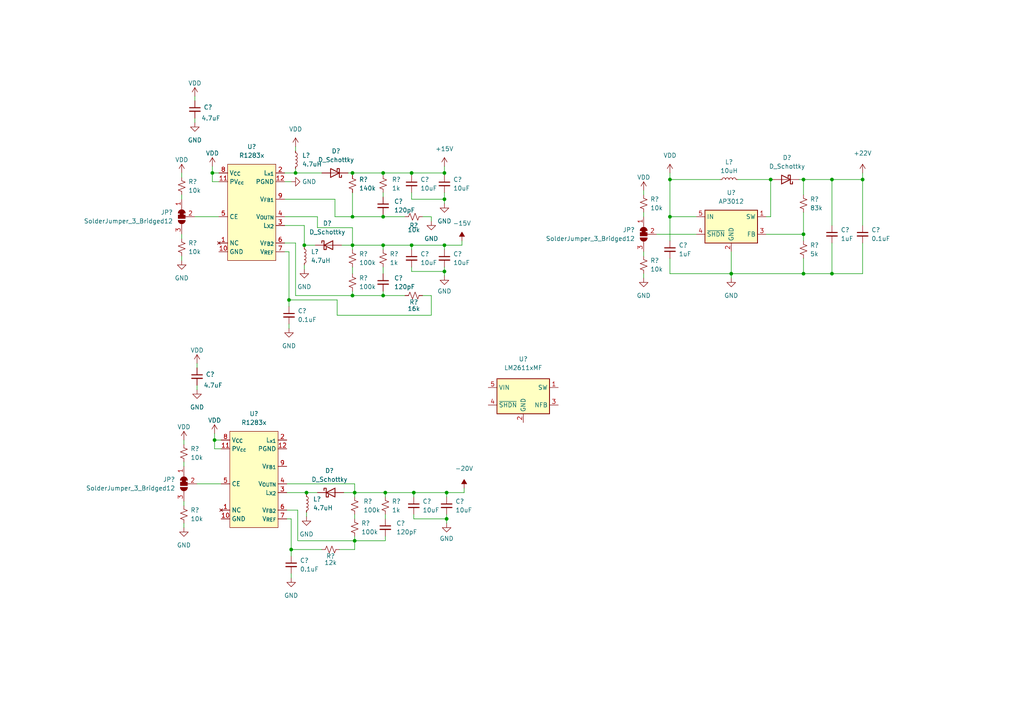
<source format=kicad_sch>
(kicad_sch (version 20211123) (generator eeschema)

  (uuid 99e8995b-38d9-476c-9ff6-4589330e75fa)

  (paper "A4")

  (lib_symbols
    (symbol "ATL:+22V" (power) (pin_names (offset 0)) (in_bom yes) (on_board yes)
      (property "Reference" "#PWR" (id 0) (at 0 -3.81 0)
        (effects (font (size 1.27 1.27)) hide)
      )
      (property "Value" "+22V" (id 1) (at 0 3.556 0)
        (effects (font (size 1.27 1.27)))
      )
      (property "Footprint" "" (id 2) (at 0 0 0)
        (effects (font (size 1.27 1.27)) hide)
      )
      (property "Datasheet" "" (id 3) (at 0 0 0)
        (effects (font (size 1.27 1.27)) hide)
      )
      (property "ki_keywords" "power-flag" (id 4) (at 0 0 0)
        (effects (font (size 1.27 1.27)) hide)
      )
      (property "ki_description" "Power symbol creates a global label with name \"+22V\"" (id 5) (at 0 0 0)
        (effects (font (size 1.27 1.27)) hide)
      )
      (symbol "+22V_0_1"
        (polyline
          (pts
            (xy -0.762 1.27)
            (xy 0 2.54)
          )
          (stroke (width 0) (type default) (color 0 0 0 0))
          (fill (type none))
        )
        (polyline
          (pts
            (xy 0 0)
            (xy 0 2.54)
          )
          (stroke (width 0) (type default) (color 0 0 0 0))
          (fill (type none))
        )
        (polyline
          (pts
            (xy 0 2.54)
            (xy 0.762 1.27)
          )
          (stroke (width 0) (type default) (color 0 0 0 0))
          (fill (type none))
        )
      )
      (symbol "+22V_1_1"
        (pin power_in line (at 0 0 90) (length 0) hide
          (name "+22V" (effects (font (size 1.27 1.27))))
          (number "1" (effects (font (size 1.27 1.27))))
        )
      )
    )
    (symbol "ATL:-20V" (power) (pin_names (offset 0)) (in_bom yes) (on_board yes)
      (property "Reference" "#PWR" (id 0) (at 0 2.54 0)
        (effects (font (size 1.27 1.27)) hide)
      )
      (property "Value" "-20V" (id 1) (at 0 3.81 0)
        (effects (font (size 1.27 1.27)))
      )
      (property "Footprint" "" (id 2) (at 0 0 0)
        (effects (font (size 1.27 1.27)) hide)
      )
      (property "Datasheet" "" (id 3) (at 0 0 0)
        (effects (font (size 1.27 1.27)) hide)
      )
      (property "ki_keywords" "power-flag" (id 4) (at 0 0 0)
        (effects (font (size 1.27 1.27)) hide)
      )
      (property "ki_description" "Power symbol creates a global label with name \"-20V\"" (id 5) (at 0 0 0)
        (effects (font (size 1.27 1.27)) hide)
      )
      (symbol "-20V_0_0"
        (pin power_in line (at 0 0 90) (length 0) hide
          (name "-20V" (effects (font (size 1.27 1.27))))
          (number "1" (effects (font (size 1.27 1.27))))
        )
      )
      (symbol "-20V_0_1"
        (polyline
          (pts
            (xy 0 0)
            (xy 0 1.27)
            (xy 0.762 1.27)
            (xy 0 2.54)
            (xy -0.762 1.27)
            (xy 0 1.27)
          )
          (stroke (width 0) (type default) (color 0 0 0 0))
          (fill (type outline))
        )
      )
    )
    (symbol "ATL:R1283x" (in_bom yes) (on_board yes)
      (property "Reference" "U" (id 0) (at 0 15.24 0)
        (effects (font (size 1.27 1.27)))
      )
      (property "Value" "R1283x" (id 1) (at 0 -17.78 0)
        (effects (font (size 1.27 1.27)))
      )
      (property "Footprint" "ATL:SON50P300X270X60-13N" (id 2) (at 0 0 0)
        (effects (font (size 1.27 1.27)) hide)
      )
      (property "Datasheet" "https://www.nisshinbo-microdevices.co.jp/en/pdf/datasheet/r1283-ea.pdf" (id 3) (at 0 0 0)
        (effects (font (size 1.27 1.27)) hide)
      )
      (symbol "R1283x_0_1"
        (rectangle (start 6.35 12.7) (end -7.62 -15.24)
          (stroke (width 0) (type default) (color 0 0 0 0))
          (fill (type background))
        )
      )
      (symbol "R1283x_1_1"
        (pin no_connect line (at -10.16 -10.16 0) (length 2.54)
          (name "NC" (effects (font (size 1.27 1.27))))
          (number "1" (effects (font (size 1.27 1.27))))
        )
        (pin power_in line (at -10.16 -12.7 0) (length 2.54)
          (name "GND" (effects (font (size 1.27 1.27))))
          (number "10" (effects (font (size 1.27 1.27))))
        )
        (pin power_in line (at -10.16 7.62 0) (length 2.54)
          (name "PV_{cc}" (effects (font (size 1.27 1.27))))
          (number "11" (effects (font (size 1.27 1.27))))
        )
        (pin power_in line (at 8.89 7.62 180) (length 2.54)
          (name "PGND" (effects (font (size 1.27 1.27))))
          (number "12" (effects (font (size 1.27 1.27))))
        )
        (pin power_out line (at 8.89 10.16 180) (length 2.54)
          (name "L_{x1}" (effects (font (size 1.27 1.27))))
          (number "2" (effects (font (size 1.27 1.27))))
        )
        (pin input line (at 8.89 -5.08 180) (length 2.54)
          (name "L_{X2}" (effects (font (size 1.27 1.27))))
          (number "3" (effects (font (size 1.27 1.27))))
        )
        (pin power_out line (at 8.89 -2.54 180) (length 2.54)
          (name "V_{OUTN}" (effects (font (size 1.27 1.27))))
          (number "4" (effects (font (size 1.27 1.27))))
        )
        (pin input line (at -10.16 -2.54 0) (length 2.54)
          (name "CE" (effects (font (size 1.27 1.27))))
          (number "5" (effects (font (size 1.27 1.27))))
        )
        (pin input line (at 8.89 -10.16 180) (length 2.54)
          (name "V_{FB2}" (effects (font (size 1.27 1.27))))
          (number "6" (effects (font (size 1.27 1.27))))
        )
        (pin power_in line (at 8.89 -12.7 180) (length 2.54)
          (name "V_{REF}" (effects (font (size 1.27 1.27))))
          (number "7" (effects (font (size 1.27 1.27))))
        )
        (pin input line (at -10.16 10.16 0) (length 2.54)
          (name "V_{CC}" (effects (font (size 1.27 1.27))))
          (number "8" (effects (font (size 1.27 1.27))))
        )
        (pin power_in line (at 8.89 2.54 180) (length 2.54)
          (name "V_{FB1}" (effects (font (size 1.27 1.27))))
          (number "9" (effects (font (size 1.27 1.27))))
        )
      )
    )
    (symbol "Device:C_Small" (pin_numbers hide) (pin_names (offset 0.254) hide) (in_bom yes) (on_board yes)
      (property "Reference" "C" (id 0) (at 0.254 1.778 0)
        (effects (font (size 1.27 1.27)) (justify left))
      )
      (property "Value" "C_Small" (id 1) (at 0.254 -2.032 0)
        (effects (font (size 1.27 1.27)) (justify left))
      )
      (property "Footprint" "" (id 2) (at 0 0 0)
        (effects (font (size 1.27 1.27)) hide)
      )
      (property "Datasheet" "~" (id 3) (at 0 0 0)
        (effects (font (size 1.27 1.27)) hide)
      )
      (property "ki_keywords" "capacitor cap" (id 4) (at 0 0 0)
        (effects (font (size 1.27 1.27)) hide)
      )
      (property "ki_description" "Unpolarized capacitor, small symbol" (id 5) (at 0 0 0)
        (effects (font (size 1.27 1.27)) hide)
      )
      (property "ki_fp_filters" "C_*" (id 6) (at 0 0 0)
        (effects (font (size 1.27 1.27)) hide)
      )
      (symbol "C_Small_0_1"
        (polyline
          (pts
            (xy -1.524 -0.508)
            (xy 1.524 -0.508)
          )
          (stroke (width 0.3302) (type default) (color 0 0 0 0))
          (fill (type none))
        )
        (polyline
          (pts
            (xy -1.524 0.508)
            (xy 1.524 0.508)
          )
          (stroke (width 0.3048) (type default) (color 0 0 0 0))
          (fill (type none))
        )
      )
      (symbol "C_Small_1_1"
        (pin passive line (at 0 2.54 270) (length 2.032)
          (name "~" (effects (font (size 1.27 1.27))))
          (number "1" (effects (font (size 1.27 1.27))))
        )
        (pin passive line (at 0 -2.54 90) (length 2.032)
          (name "~" (effects (font (size 1.27 1.27))))
          (number "2" (effects (font (size 1.27 1.27))))
        )
      )
    )
    (symbol "Device:D_Schottky" (pin_numbers hide) (pin_names (offset 1.016) hide) (in_bom yes) (on_board yes)
      (property "Reference" "D" (id 0) (at 0 2.54 0)
        (effects (font (size 1.27 1.27)))
      )
      (property "Value" "D_Schottky" (id 1) (at 0 -2.54 0)
        (effects (font (size 1.27 1.27)))
      )
      (property "Footprint" "" (id 2) (at 0 0 0)
        (effects (font (size 1.27 1.27)) hide)
      )
      (property "Datasheet" "~" (id 3) (at 0 0 0)
        (effects (font (size 1.27 1.27)) hide)
      )
      (property "ki_keywords" "diode Schottky" (id 4) (at 0 0 0)
        (effects (font (size 1.27 1.27)) hide)
      )
      (property "ki_description" "Schottky diode" (id 5) (at 0 0 0)
        (effects (font (size 1.27 1.27)) hide)
      )
      (property "ki_fp_filters" "TO-???* *_Diode_* *SingleDiode* D_*" (id 6) (at 0 0 0)
        (effects (font (size 1.27 1.27)) hide)
      )
      (symbol "D_Schottky_0_1"
        (polyline
          (pts
            (xy 1.27 0)
            (xy -1.27 0)
          )
          (stroke (width 0) (type default) (color 0 0 0 0))
          (fill (type none))
        )
        (polyline
          (pts
            (xy 1.27 1.27)
            (xy 1.27 -1.27)
            (xy -1.27 0)
            (xy 1.27 1.27)
          )
          (stroke (width 0.254) (type default) (color 0 0 0 0))
          (fill (type none))
        )
        (polyline
          (pts
            (xy -1.905 0.635)
            (xy -1.905 1.27)
            (xy -1.27 1.27)
            (xy -1.27 -1.27)
            (xy -0.635 -1.27)
            (xy -0.635 -0.635)
          )
          (stroke (width 0.254) (type default) (color 0 0 0 0))
          (fill (type none))
        )
      )
      (symbol "D_Schottky_1_1"
        (pin passive line (at -3.81 0 0) (length 2.54)
          (name "K" (effects (font (size 1.27 1.27))))
          (number "1" (effects (font (size 1.27 1.27))))
        )
        (pin passive line (at 3.81 0 180) (length 2.54)
          (name "A" (effects (font (size 1.27 1.27))))
          (number "2" (effects (font (size 1.27 1.27))))
        )
      )
    )
    (symbol "Device:L_Small" (pin_numbers hide) (pin_names (offset 0.254) hide) (in_bom yes) (on_board yes)
      (property "Reference" "L" (id 0) (at 0.762 1.016 0)
        (effects (font (size 1.27 1.27)) (justify left))
      )
      (property "Value" "L_Small" (id 1) (at 0.762 -1.016 0)
        (effects (font (size 1.27 1.27)) (justify left))
      )
      (property "Footprint" "" (id 2) (at 0 0 0)
        (effects (font (size 1.27 1.27)) hide)
      )
      (property "Datasheet" "~" (id 3) (at 0 0 0)
        (effects (font (size 1.27 1.27)) hide)
      )
      (property "ki_keywords" "inductor choke coil reactor magnetic" (id 4) (at 0 0 0)
        (effects (font (size 1.27 1.27)) hide)
      )
      (property "ki_description" "Inductor, small symbol" (id 5) (at 0 0 0)
        (effects (font (size 1.27 1.27)) hide)
      )
      (property "ki_fp_filters" "Choke_* *Coil* Inductor_* L_*" (id 6) (at 0 0 0)
        (effects (font (size 1.27 1.27)) hide)
      )
      (symbol "L_Small_0_1"
        (arc (start 0 -2.032) (mid 0.508 -1.524) (end 0 -1.016)
          (stroke (width 0) (type default) (color 0 0 0 0))
          (fill (type none))
        )
        (arc (start 0 -1.016) (mid 0.508 -0.508) (end 0 0)
          (stroke (width 0) (type default) (color 0 0 0 0))
          (fill (type none))
        )
        (arc (start 0 0) (mid 0.508 0.508) (end 0 1.016)
          (stroke (width 0) (type default) (color 0 0 0 0))
          (fill (type none))
        )
        (arc (start 0 1.016) (mid 0.508 1.524) (end 0 2.032)
          (stroke (width 0) (type default) (color 0 0 0 0))
          (fill (type none))
        )
      )
      (symbol "L_Small_1_1"
        (pin passive line (at 0 2.54 270) (length 0.508)
          (name "~" (effects (font (size 1.27 1.27))))
          (number "1" (effects (font (size 1.27 1.27))))
        )
        (pin passive line (at 0 -2.54 90) (length 0.508)
          (name "~" (effects (font (size 1.27 1.27))))
          (number "2" (effects (font (size 1.27 1.27))))
        )
      )
    )
    (symbol "Device:R_Small_US" (pin_numbers hide) (pin_names (offset 0.254) hide) (in_bom yes) (on_board yes)
      (property "Reference" "R" (id 0) (at 0.762 0.508 0)
        (effects (font (size 1.27 1.27)) (justify left))
      )
      (property "Value" "R_Small_US" (id 1) (at 0.762 -1.016 0)
        (effects (font (size 1.27 1.27)) (justify left))
      )
      (property "Footprint" "" (id 2) (at 0 0 0)
        (effects (font (size 1.27 1.27)) hide)
      )
      (property "Datasheet" "~" (id 3) (at 0 0 0)
        (effects (font (size 1.27 1.27)) hide)
      )
      (property "ki_keywords" "r resistor" (id 4) (at 0 0 0)
        (effects (font (size 1.27 1.27)) hide)
      )
      (property "ki_description" "Resistor, small US symbol" (id 5) (at 0 0 0)
        (effects (font (size 1.27 1.27)) hide)
      )
      (property "ki_fp_filters" "R_*" (id 6) (at 0 0 0)
        (effects (font (size 1.27 1.27)) hide)
      )
      (symbol "R_Small_US_1_1"
        (polyline
          (pts
            (xy 0 0)
            (xy 1.016 -0.381)
            (xy 0 -0.762)
            (xy -1.016 -1.143)
            (xy 0 -1.524)
          )
          (stroke (width 0) (type default) (color 0 0 0 0))
          (fill (type none))
        )
        (polyline
          (pts
            (xy 0 1.524)
            (xy 1.016 1.143)
            (xy 0 0.762)
            (xy -1.016 0.381)
            (xy 0 0)
          )
          (stroke (width 0) (type default) (color 0 0 0 0))
          (fill (type none))
        )
        (pin passive line (at 0 2.54 270) (length 1.016)
          (name "~" (effects (font (size 1.27 1.27))))
          (number "1" (effects (font (size 1.27 1.27))))
        )
        (pin passive line (at 0 -2.54 90) (length 1.016)
          (name "~" (effects (font (size 1.27 1.27))))
          (number "2" (effects (font (size 1.27 1.27))))
        )
      )
    )
    (symbol "Jumper:SolderJumper_3_Bridged12" (pin_names (offset 0) hide) (in_bom yes) (on_board yes)
      (property "Reference" "JP" (id 0) (at -2.54 -2.54 0)
        (effects (font (size 1.27 1.27)))
      )
      (property "Value" "SolderJumper_3_Bridged12" (id 1) (at 0 2.794 0)
        (effects (font (size 1.27 1.27)))
      )
      (property "Footprint" "" (id 2) (at 0 0 0)
        (effects (font (size 1.27 1.27)) hide)
      )
      (property "Datasheet" "~" (id 3) (at 0 0 0)
        (effects (font (size 1.27 1.27)) hide)
      )
      (property "ki_keywords" "Solder Jumper SPDT" (id 4) (at 0 0 0)
        (effects (font (size 1.27 1.27)) hide)
      )
      (property "ki_description" "3-pole Solder Jumper, pins 1+2 closed/bridged" (id 5) (at 0 0 0)
        (effects (font (size 1.27 1.27)) hide)
      )
      (property "ki_fp_filters" "SolderJumper*Bridged12*" (id 6) (at 0 0 0)
        (effects (font (size 1.27 1.27)) hide)
      )
      (symbol "SolderJumper_3_Bridged12_0_1"
        (rectangle (start -1.016 0.508) (end -0.508 -0.508)
          (stroke (width 0) (type default) (color 0 0 0 0))
          (fill (type outline))
        )
        (arc (start -1.016 1.016) (mid -2.032 0) (end -1.016 -1.016)
          (stroke (width 0) (type default) (color 0 0 0 0))
          (fill (type none))
        )
        (arc (start -1.016 1.016) (mid -2.032 0) (end -1.016 -1.016)
          (stroke (width 0) (type default) (color 0 0 0 0))
          (fill (type outline))
        )
        (rectangle (start -0.508 1.016) (end 0.508 -1.016)
          (stroke (width 0) (type default) (color 0 0 0 0))
          (fill (type outline))
        )
        (polyline
          (pts
            (xy -2.54 0)
            (xy -2.032 0)
          )
          (stroke (width 0) (type default) (color 0 0 0 0))
          (fill (type none))
        )
        (polyline
          (pts
            (xy -1.016 1.016)
            (xy -1.016 -1.016)
          )
          (stroke (width 0) (type default) (color 0 0 0 0))
          (fill (type none))
        )
        (polyline
          (pts
            (xy 0 -1.27)
            (xy 0 -1.016)
          )
          (stroke (width 0) (type default) (color 0 0 0 0))
          (fill (type none))
        )
        (polyline
          (pts
            (xy 1.016 1.016)
            (xy 1.016 -1.016)
          )
          (stroke (width 0) (type default) (color 0 0 0 0))
          (fill (type none))
        )
        (polyline
          (pts
            (xy 2.54 0)
            (xy 2.032 0)
          )
          (stroke (width 0) (type default) (color 0 0 0 0))
          (fill (type none))
        )
        (arc (start 1.016 -1.016) (mid 2.032 0) (end 1.016 1.016)
          (stroke (width 0) (type default) (color 0 0 0 0))
          (fill (type none))
        )
        (arc (start 1.016 -1.016) (mid 2.032 0) (end 1.016 1.016)
          (stroke (width 0) (type default) (color 0 0 0 0))
          (fill (type outline))
        )
      )
      (symbol "SolderJumper_3_Bridged12_1_1"
        (pin passive line (at -5.08 0 0) (length 2.54)
          (name "A" (effects (font (size 1.27 1.27))))
          (number "1" (effects (font (size 1.27 1.27))))
        )
        (pin input line (at 0 -3.81 90) (length 2.54)
          (name "C" (effects (font (size 1.27 1.27))))
          (number "2" (effects (font (size 1.27 1.27))))
        )
        (pin passive line (at 5.08 0 180) (length 2.54)
          (name "B" (effects (font (size 1.27 1.27))))
          (number "3" (effects (font (size 1.27 1.27))))
        )
      )
    )
    (symbol "Regulator_Switching:AP3012" (in_bom yes) (on_board yes)
      (property "Reference" "U" (id 0) (at -7.62 5.715 0)
        (effects (font (size 1.27 1.27)) (justify left))
      )
      (property "Value" "AP3012" (id 1) (at 0 5.715 0)
        (effects (font (size 1.27 1.27)) (justify left))
      )
      (property "Footprint" "Package_TO_SOT_SMD:SOT-23-5" (id 2) (at 0.635 -6.35 0)
        (effects (font (size 1.27 1.27) italic) (justify left) hide)
      )
      (property "Datasheet" "https://www.diodes.com/assets/Datasheets/AP3012.pdf" (id 3) (at 0 0 0)
        (effects (font (size 1.27 1.27)) hide)
      )
      (property "ki_keywords" "Step-Up Boost Voltage Regulator" (id 4) (at 0 0 0)
        (effects (font (size 1.27 1.27)) hide)
      )
      (property "ki_description" "500mA, Adjustable Step-Up Voltage Regulator, 1.5MHz Frequency, SOT-23-5" (id 5) (at 0 0 0)
        (effects (font (size 1.27 1.27)) hide)
      )
      (property "ki_fp_filters" "SOT?23*" (id 6) (at 0 0 0)
        (effects (font (size 1.27 1.27)) hide)
      )
      (symbol "AP3012_0_1"
        (rectangle (start -7.62 4.445) (end 7.62 -5.08)
          (stroke (width 0.254) (type default) (color 0 0 0 0))
          (fill (type background))
        )
      )
      (symbol "AP3012_1_1"
        (pin passive line (at 10.16 2.54 180) (length 2.54)
          (name "SW" (effects (font (size 1.27 1.27))))
          (number "1" (effects (font (size 1.27 1.27))))
        )
        (pin power_in line (at 0 -7.62 90) (length 2.54)
          (name "GND" (effects (font (size 1.27 1.27))))
          (number "2" (effects (font (size 1.27 1.27))))
        )
        (pin input line (at 10.16 -2.54 180) (length 2.54)
          (name "FB" (effects (font (size 1.27 1.27))))
          (number "3" (effects (font (size 1.27 1.27))))
        )
        (pin input line (at -10.16 -2.54 0) (length 2.54)
          (name "~{SHDN}" (effects (font (size 1.27 1.27))))
          (number "4" (effects (font (size 1.27 1.27))))
        )
        (pin power_in line (at -10.16 2.54 0) (length 2.54)
          (name "IN" (effects (font (size 1.27 1.27))))
          (number "5" (effects (font (size 1.27 1.27))))
        )
      )
    )
    (symbol "Regulator_Switching:LM2611xMF" (in_bom yes) (on_board yes)
      (property "Reference" "U" (id 0) (at -7.62 6.35 0)
        (effects (font (size 1.27 1.27)) (justify left))
      )
      (property "Value" "LM2611xMF" (id 1) (at 7.62 6.35 0)
        (effects (font (size 1.27 1.27)) (justify right))
      )
      (property "Footprint" "Package_TO_SOT_SMD:SOT-23-5" (id 2) (at 1.27 -6.35 0)
        (effects (font (size 1.27 1.27)) (justify left) hide)
      )
      (property "Datasheet" "https://www.ti.com/lit/ds/symlink/lm2611.pdf" (id 3) (at -46.99 31.75 0)
        (effects (font (size 1.27 1.27)) hide)
      )
      (property "ki_keywords" "switched converter inverter PWM" (id 4) (at 0 0 0)
        (effects (font (size 1.27 1.27)) hide)
      )
      (property "ki_description" "1.4MHz Cuk Converter, SOT-23-5" (id 5) (at 0 0 0)
        (effects (font (size 1.27 1.27)) hide)
      )
      (property "ki_fp_filters" "SOT?23*" (id 6) (at 0 0 0)
        (effects (font (size 1.27 1.27)) hide)
      )
      (symbol "LM2611xMF_0_1"
        (rectangle (start -7.62 5.08) (end 7.62 -5.08)
          (stroke (width 0.254) (type default) (color 0 0 0 0))
          (fill (type background))
        )
      )
      (symbol "LM2611xMF_1_1"
        (pin open_collector line (at 10.16 2.54 180) (length 2.54)
          (name "SW" (effects (font (size 1.27 1.27))))
          (number "1" (effects (font (size 1.27 1.27))))
        )
        (pin power_in line (at 0 -7.62 90) (length 2.54)
          (name "GND" (effects (font (size 1.27 1.27))))
          (number "2" (effects (font (size 1.27 1.27))))
        )
        (pin input line (at 10.16 -2.54 180) (length 2.54)
          (name "NFB" (effects (font (size 1.27 1.27))))
          (number "3" (effects (font (size 1.27 1.27))))
        )
        (pin input line (at -10.16 -2.54 0) (length 2.54)
          (name "~{SHDN}" (effects (font (size 1.27 1.27))))
          (number "4" (effects (font (size 1.27 1.27))))
        )
        (pin power_in line (at -10.16 2.54 0) (length 2.54)
          (name "VIN" (effects (font (size 1.27 1.27))))
          (number "5" (effects (font (size 1.27 1.27))))
        )
      )
    )
    (symbol "power:+15V" (power) (pin_names (offset 0)) (in_bom yes) (on_board yes)
      (property "Reference" "#PWR" (id 0) (at 0 -3.81 0)
        (effects (font (size 1.27 1.27)) hide)
      )
      (property "Value" "+15V" (id 1) (at 0 3.556 0)
        (effects (font (size 1.27 1.27)))
      )
      (property "Footprint" "" (id 2) (at 0 0 0)
        (effects (font (size 1.27 1.27)) hide)
      )
      (property "Datasheet" "" (id 3) (at 0 0 0)
        (effects (font (size 1.27 1.27)) hide)
      )
      (property "ki_keywords" "power-flag" (id 4) (at 0 0 0)
        (effects (font (size 1.27 1.27)) hide)
      )
      (property "ki_description" "Power symbol creates a global label with name \"+15V\"" (id 5) (at 0 0 0)
        (effects (font (size 1.27 1.27)) hide)
      )
      (symbol "+15V_0_1"
        (polyline
          (pts
            (xy -0.762 1.27)
            (xy 0 2.54)
          )
          (stroke (width 0) (type default) (color 0 0 0 0))
          (fill (type none))
        )
        (polyline
          (pts
            (xy 0 0)
            (xy 0 2.54)
          )
          (stroke (width 0) (type default) (color 0 0 0 0))
          (fill (type none))
        )
        (polyline
          (pts
            (xy 0 2.54)
            (xy 0.762 1.27)
          )
          (stroke (width 0) (type default) (color 0 0 0 0))
          (fill (type none))
        )
      )
      (symbol "+15V_1_1"
        (pin power_in line (at 0 0 90) (length 0) hide
          (name "+15V" (effects (font (size 1.27 1.27))))
          (number "1" (effects (font (size 1.27 1.27))))
        )
      )
    )
    (symbol "power:-15V" (power) (pin_names (offset 0)) (in_bom yes) (on_board yes)
      (property "Reference" "#PWR" (id 0) (at 0 2.54 0)
        (effects (font (size 1.27 1.27)) hide)
      )
      (property "Value" "-15V" (id 1) (at 0 3.81 0)
        (effects (font (size 1.27 1.27)))
      )
      (property "Footprint" "" (id 2) (at 0 0 0)
        (effects (font (size 1.27 1.27)) hide)
      )
      (property "Datasheet" "" (id 3) (at 0 0 0)
        (effects (font (size 1.27 1.27)) hide)
      )
      (property "ki_keywords" "power-flag" (id 4) (at 0 0 0)
        (effects (font (size 1.27 1.27)) hide)
      )
      (property "ki_description" "Power symbol creates a global label with name \"-15V\"" (id 5) (at 0 0 0)
        (effects (font (size 1.27 1.27)) hide)
      )
      (symbol "-15V_0_0"
        (pin power_in line (at 0 0 90) (length 0) hide
          (name "-15V" (effects (font (size 1.27 1.27))))
          (number "1" (effects (font (size 1.27 1.27))))
        )
      )
      (symbol "-15V_0_1"
        (polyline
          (pts
            (xy 0 0)
            (xy 0 1.27)
            (xy 0.762 1.27)
            (xy 0 2.54)
            (xy -0.762 1.27)
            (xy 0 1.27)
          )
          (stroke (width 0) (type default) (color 0 0 0 0))
          (fill (type outline))
        )
      )
    )
    (symbol "power:GND" (power) (pin_names (offset 0)) (in_bom yes) (on_board yes)
      (property "Reference" "#PWR" (id 0) (at 0 -6.35 0)
        (effects (font (size 1.27 1.27)) hide)
      )
      (property "Value" "GND" (id 1) (at 0 -3.81 0)
        (effects (font (size 1.27 1.27)))
      )
      (property "Footprint" "" (id 2) (at 0 0 0)
        (effects (font (size 1.27 1.27)) hide)
      )
      (property "Datasheet" "" (id 3) (at 0 0 0)
        (effects (font (size 1.27 1.27)) hide)
      )
      (property "ki_keywords" "power-flag" (id 4) (at 0 0 0)
        (effects (font (size 1.27 1.27)) hide)
      )
      (property "ki_description" "Power symbol creates a global label with name \"GND\" , ground" (id 5) (at 0 0 0)
        (effects (font (size 1.27 1.27)) hide)
      )
      (symbol "GND_0_1"
        (polyline
          (pts
            (xy 0 0)
            (xy 0 -1.27)
            (xy 1.27 -1.27)
            (xy 0 -2.54)
            (xy -1.27 -1.27)
            (xy 0 -1.27)
          )
          (stroke (width 0) (type default) (color 0 0 0 0))
          (fill (type none))
        )
      )
      (symbol "GND_1_1"
        (pin power_in line (at 0 0 270) (length 0) hide
          (name "GND" (effects (font (size 1.27 1.27))))
          (number "1" (effects (font (size 1.27 1.27))))
        )
      )
    )
    (symbol "power:VDD" (power) (pin_names (offset 0)) (in_bom yes) (on_board yes)
      (property "Reference" "#PWR" (id 0) (at 0 -3.81 0)
        (effects (font (size 1.27 1.27)) hide)
      )
      (property "Value" "VDD" (id 1) (at 0 3.81 0)
        (effects (font (size 1.27 1.27)))
      )
      (property "Footprint" "" (id 2) (at 0 0 0)
        (effects (font (size 1.27 1.27)) hide)
      )
      (property "Datasheet" "" (id 3) (at 0 0 0)
        (effects (font (size 1.27 1.27)) hide)
      )
      (property "ki_keywords" "power-flag" (id 4) (at 0 0 0)
        (effects (font (size 1.27 1.27)) hide)
      )
      (property "ki_description" "Power symbol creates a global label with name \"VDD\"" (id 5) (at 0 0 0)
        (effects (font (size 1.27 1.27)) hide)
      )
      (symbol "VDD_0_1"
        (polyline
          (pts
            (xy -0.762 1.27)
            (xy 0 2.54)
          )
          (stroke (width 0) (type default) (color 0 0 0 0))
          (fill (type none))
        )
        (polyline
          (pts
            (xy 0 0)
            (xy 0 2.54)
          )
          (stroke (width 0) (type default) (color 0 0 0 0))
          (fill (type none))
        )
        (polyline
          (pts
            (xy 0 2.54)
            (xy 0.762 1.27)
          )
          (stroke (width 0) (type default) (color 0 0 0 0))
          (fill (type none))
        )
      )
      (symbol "VDD_1_1"
        (pin power_in line (at 0 0 90) (length 0) hide
          (name "VDD" (effects (font (size 1.27 1.27))))
          (number "1" (effects (font (size 1.27 1.27))))
        )
      )
    )
  )

  (junction (at 61.595 50.165) (diameter 0) (color 0 0 0 0)
    (uuid 04881222-2e5e-4b7c-a9b1-da4a21616e2b)
  )
  (junction (at 223.52 52.07) (diameter 0) (color 0 0 0 0)
    (uuid 09405ec1-dfe5-4d1e-819a-3049da58087e)
  )
  (junction (at 62.23 127.635) (diameter 0) (color 0 0 0 0)
    (uuid 0a914fb3-9061-4ad9-955e-3e0d74daeb17)
  )
  (junction (at 111.125 85.725) (diameter 0) (color 0 0 0 0)
    (uuid 18e285bd-d683-439e-9afc-fe160510cffd)
  )
  (junction (at 128.905 57.785) (diameter 0) (color 0 0 0 0)
    (uuid 1b369c30-a503-458f-bbf1-c6620aa09b42)
  )
  (junction (at 119.38 71.12) (diameter 0) (color 0 0 0 0)
    (uuid 33419b4d-67f5-4f05-a99e-77595a1304c6)
  )
  (junction (at 102.235 62.865) (diameter 0) (color 0 0 0 0)
    (uuid 3d1b0f7d-cb60-480d-80e4-0ca62d862def)
  )
  (junction (at 120.015 142.875) (diameter 0) (color 0 0 0 0)
    (uuid 45daf3a4-0abd-48ae-bf10-035e03975b57)
  )
  (junction (at 194.31 62.865) (diameter 0) (color 0 0 0 0)
    (uuid 467e7d57-f5a5-44f0-b094-25aadd4e1f9f)
  )
  (junction (at 129.54 142.875) (diameter 0) (color 0 0 0 0)
    (uuid 502d494e-96a1-40b8-8acf-8ae38ec1c400)
  )
  (junction (at 119.38 50.165) (diameter 0) (color 0 0 0 0)
    (uuid 504d674f-9639-432d-8633-cf6c6968a07b)
  )
  (junction (at 212.09 79.375) (diameter 0) (color 0 0 0 0)
    (uuid 5314ae7e-c32a-42fe-90b5-c7a2596cd1d7)
  )
  (junction (at 233.045 67.945) (diameter 0) (color 0 0 0 0)
    (uuid 5d0e7a1d-7604-4070-80b9-c651ee326521)
  )
  (junction (at 250.19 52.07) (diameter 0) (color 0 0 0 0)
    (uuid 6164fa05-6b2e-47d3-9049-1977546def2d)
  )
  (junction (at 102.87 156.845) (diameter 0) (color 0 0 0 0)
    (uuid 657c1bf6-77c1-4911-be6e-90ea2ec5a3bc)
  )
  (junction (at 88.9 142.875) (diameter 0) (color 0 0 0 0)
    (uuid 72cef451-6f21-44d9-bb6f-0f76ffa7bc46)
  )
  (junction (at 111.125 62.865) (diameter 0) (color 0 0 0 0)
    (uuid 79420b29-3760-4f9d-800d-9461e70576db)
  )
  (junction (at 111.76 142.875) (diameter 0) (color 0 0 0 0)
    (uuid 79ff8435-8306-4a12-bca6-b53ff00b33b2)
  )
  (junction (at 233.045 79.375) (diameter 0) (color 0 0 0 0)
    (uuid 82ea23f2-abec-4d96-ac6b-dbd4ae5b6500)
  )
  (junction (at 102.235 71.12) (diameter 0) (color 0 0 0 0)
    (uuid 8bcb969e-2fac-4085-b192-ff0efe904925)
  )
  (junction (at 85.725 50.165) (diameter 0) (color 0 0 0 0)
    (uuid 8d50acbc-0201-4a97-a44e-a055fd2abdfb)
  )
  (junction (at 111.125 50.165) (diameter 0) (color 0 0 0 0)
    (uuid 903049d7-2e35-4fd9-9c63-83ceb39bf3c6)
  )
  (junction (at 88.265 71.12) (diameter 0) (color 0 0 0 0)
    (uuid 966f57f3-12b1-4269-8482-ce3425784bdd)
  )
  (junction (at 128.905 71.12) (diameter 0) (color 0 0 0 0)
    (uuid aa4481d6-a23f-4174-bbd8-249d93bb9342)
  )
  (junction (at 84.455 159.385) (diameter 0) (color 0 0 0 0)
    (uuid b41b4888-351b-41de-b4d7-00488d81f462)
  )
  (junction (at 194.31 52.07) (diameter 0) (color 0 0 0 0)
    (uuid bcd78e21-0caa-4ac5-8a75-9fed3f8adf73)
  )
  (junction (at 128.905 50.165) (diameter 0) (color 0 0 0 0)
    (uuid d3c4efb9-2a11-4905-bfb9-8efa2afa7192)
  )
  (junction (at 129.54 150.495) (diameter 0) (color 0 0 0 0)
    (uuid daf7c805-3c4a-4d53-bfa5-c5910798156f)
  )
  (junction (at 102.87 142.875) (diameter 0) (color 0 0 0 0)
    (uuid e0cb25b5-696f-419b-8205-fe5404377d4f)
  )
  (junction (at 102.235 50.165) (diameter 0) (color 0 0 0 0)
    (uuid ec4d4a60-fdbf-4bbb-8cf5-c3407a5fb0c4)
  )
  (junction (at 241.3 79.375) (diameter 0) (color 0 0 0 0)
    (uuid ed13b711-3abe-4c06-b155-ba902f923fdd)
  )
  (junction (at 241.3 52.07) (diameter 0) (color 0 0 0 0)
    (uuid ef523a00-22a5-4afa-a769-711b11071fbe)
  )
  (junction (at 128.905 78.74) (diameter 0) (color 0 0 0 0)
    (uuid f3efbe89-c9df-416a-bd53-e51fa474385c)
  )
  (junction (at 83.82 86.995) (diameter 0) (color 0 0 0 0)
    (uuid f5739a2c-21f0-44eb-92d9-b0e023e287f0)
  )
  (junction (at 102.235 85.725) (diameter 0) (color 0 0 0 0)
    (uuid f6825b79-8b85-4d69-bee0-e687277bdb9b)
  )
  (junction (at 111.125 71.12) (diameter 0) (color 0 0 0 0)
    (uuid ff5812b5-1e34-484e-84bd-9c5c9388af80)
  )
  (junction (at 233.045 52.07) (diameter 0) (color 0 0 0 0)
    (uuid ffc50c66-904c-4857-a75f-3d856475de45)
  )

  (wire (pts (xy 128.905 50.165) (xy 128.905 50.8))
    (stroke (width 0) (type default) (color 0 0 0 0))
    (uuid 001f4b79-2e20-4edf-bf3e-69195ff92e2d)
  )
  (wire (pts (xy 61.595 50.165) (xy 61.595 52.705))
    (stroke (width 0) (type default) (color 0 0 0 0))
    (uuid 0024464c-7c76-4b79-b391-cbd0136f68e3)
  )
  (wire (pts (xy 99.06 71.12) (xy 102.235 71.12))
    (stroke (width 0) (type default) (color 0 0 0 0))
    (uuid 00916c1b-46a4-43a9-8b5e-91ae1ccbf06c)
  )
  (wire (pts (xy 194.31 52.07) (xy 208.915 52.07))
    (stroke (width 0) (type default) (color 0 0 0 0))
    (uuid 02a29e0d-5a83-42a2-be0a-e75f2e54564a)
  )
  (wire (pts (xy 62.23 130.175) (xy 64.135 130.175))
    (stroke (width 0) (type default) (color 0 0 0 0))
    (uuid 06729a9b-4220-4eaa-8fb0-1b8566eb5cbc)
  )
  (wire (pts (xy 56.515 27.94) (xy 56.515 29.21))
    (stroke (width 0) (type default) (color 0 0 0 0))
    (uuid 0729bf09-dc2f-4473-8a8c-578cbd0c9c1e)
  )
  (wire (pts (xy 233.045 52.07) (xy 233.045 56.515))
    (stroke (width 0) (type default) (color 0 0 0 0))
    (uuid 08732985-414f-4c8c-8b53-0f381795b86f)
  )
  (wire (pts (xy 194.31 52.07) (xy 194.31 62.865))
    (stroke (width 0) (type default) (color 0 0 0 0))
    (uuid 0a217eef-c1a1-4061-a479-5a89eb68680a)
  )
  (wire (pts (xy 83.82 73.025) (xy 83.82 86.995))
    (stroke (width 0) (type default) (color 0 0 0 0))
    (uuid 0c8726bf-a640-4dc9-99a4-a855cfd451bc)
  )
  (wire (pts (xy 111.125 85.725) (xy 117.475 85.725))
    (stroke (width 0) (type default) (color 0 0 0 0))
    (uuid 0e24f09b-6a89-4d35-a385-ccb8dadd89cd)
  )
  (wire (pts (xy 222.25 67.945) (xy 233.045 67.945))
    (stroke (width 0) (type default) (color 0 0 0 0))
    (uuid 0e783627-3ea6-499b-bf96-f307a062a66a)
  )
  (wire (pts (xy 102.235 66.04) (xy 102.235 71.12))
    (stroke (width 0) (type default) (color 0 0 0 0))
    (uuid 0ea3e709-6515-44c4-8bd9-503c3c6119f3)
  )
  (wire (pts (xy 241.3 52.07) (xy 233.045 52.07))
    (stroke (width 0) (type default) (color 0 0 0 0))
    (uuid 0f6fa8e5-4816-4dcd-a0e1-067a033da75f)
  )
  (wire (pts (xy 102.235 55.88) (xy 102.235 62.865))
    (stroke (width 0) (type default) (color 0 0 0 0))
    (uuid 13d57a3e-51c0-4f17-87bb-9340496dd7a6)
  )
  (wire (pts (xy 133.985 71.12) (xy 128.905 71.12))
    (stroke (width 0) (type default) (color 0 0 0 0))
    (uuid 13feb88b-3596-46c4-9d75-70d2cfb89016)
  )
  (wire (pts (xy 119.38 71.12) (xy 128.905 71.12))
    (stroke (width 0) (type default) (color 0 0 0 0))
    (uuid 14645c25-9ee1-42ef-bdfd-ea91d9db064f)
  )
  (wire (pts (xy 61.595 48.26) (xy 61.595 50.165))
    (stroke (width 0) (type default) (color 0 0 0 0))
    (uuid 18461577-fa95-4b36-a394-c827f61a256a)
  )
  (wire (pts (xy 111.125 85.725) (xy 111.125 84.455))
    (stroke (width 0) (type default) (color 0 0 0 0))
    (uuid 191e5204-2101-41ad-ae2b-4a89a5cafd62)
  )
  (wire (pts (xy 128.905 78.74) (xy 119.38 78.74))
    (stroke (width 0) (type default) (color 0 0 0 0))
    (uuid 19b446e3-faec-4dbc-96cf-c114bdbe6ba3)
  )
  (wire (pts (xy 98.425 159.385) (xy 102.87 159.385))
    (stroke (width 0) (type default) (color 0 0 0 0))
    (uuid 1abf6f42-f964-46d1-8d31-446fc862a776)
  )
  (wire (pts (xy 62.23 125.73) (xy 62.23 127.635))
    (stroke (width 0) (type default) (color 0 0 0 0))
    (uuid 1ba42e76-6ddd-47f3-8197-e80738509081)
  )
  (wire (pts (xy 241.3 65.405) (xy 241.3 52.07))
    (stroke (width 0) (type default) (color 0 0 0 0))
    (uuid 217ef07f-b59d-45a0-a28d-6e796f7a4b1e)
  )
  (wire (pts (xy 212.09 79.375) (xy 212.09 80.645))
    (stroke (width 0) (type default) (color 0 0 0 0))
    (uuid 23ae6131-ad53-43f1-a1d4-e2e272480778)
  )
  (wire (pts (xy 186.69 73.025) (xy 186.69 74.295))
    (stroke (width 0) (type default) (color 0 0 0 0))
    (uuid 23c2538e-6f2e-4618-8e11-b013ecf891c5)
  )
  (wire (pts (xy 119.38 50.165) (xy 128.905 50.165))
    (stroke (width 0) (type default) (color 0 0 0 0))
    (uuid 29e78dcb-bbdb-42f8-bac3-7f73aa5452a5)
  )
  (wire (pts (xy 111.125 71.12) (xy 119.38 71.12))
    (stroke (width 0) (type default) (color 0 0 0 0))
    (uuid 2b6c8029-c3c6-4694-ba22-de87e2b571dc)
  )
  (wire (pts (xy 233.045 79.375) (xy 241.3 79.375))
    (stroke (width 0) (type default) (color 0 0 0 0))
    (uuid 2d379d9b-7217-44af-af92-e01e83a70c3e)
  )
  (wire (pts (xy 85.725 85.725) (xy 102.235 85.725))
    (stroke (width 0) (type default) (color 0 0 0 0))
    (uuid 3139aaf7-29ec-4a38-bf2f-1f00e43f056f)
  )
  (wire (pts (xy 111.76 156.845) (xy 111.76 155.575))
    (stroke (width 0) (type default) (color 0 0 0 0))
    (uuid 32fb934f-7bb9-4e1e-bece-71744fd51e86)
  )
  (wire (pts (xy 119.38 71.12) (xy 119.38 72.39))
    (stroke (width 0) (type default) (color 0 0 0 0))
    (uuid 342cf720-070d-4bfc-bc92-2400a2c4b941)
  )
  (wire (pts (xy 57.15 105.41) (xy 57.15 106.68))
    (stroke (width 0) (type default) (color 0 0 0 0))
    (uuid 361ce4e5-1e9e-4990-a2f1-e28831217240)
  )
  (wire (pts (xy 111.125 50.165) (xy 119.38 50.165))
    (stroke (width 0) (type default) (color 0 0 0 0))
    (uuid 36ad6041-8322-4d3d-91c6-4c28b87b2f2f)
  )
  (wire (pts (xy 82.55 62.865) (xy 92.075 62.865))
    (stroke (width 0) (type default) (color 0 0 0 0))
    (uuid 37209227-0c2a-4e4e-955b-20ce601b93fb)
  )
  (wire (pts (xy 102.87 140.335) (xy 102.87 142.875))
    (stroke (width 0) (type default) (color 0 0 0 0))
    (uuid 3b082832-406c-4e6a-a26f-43f98f9eeebc)
  )
  (wire (pts (xy 250.19 52.07) (xy 241.3 52.07))
    (stroke (width 0) (type default) (color 0 0 0 0))
    (uuid 3b69e14f-912c-4ec4-99b4-f00da6984e84)
  )
  (wire (pts (xy 88.265 71.12) (xy 91.44 71.12))
    (stroke (width 0) (type default) (color 0 0 0 0))
    (uuid 3e11d7a5-d0fe-4914-93eb-c44a6a5c1e9b)
  )
  (wire (pts (xy 53.34 145.415) (xy 53.34 146.685))
    (stroke (width 0) (type default) (color 0 0 0 0))
    (uuid 3e6eed0e-55d3-494a-8d3d-99c26e038df5)
  )
  (wire (pts (xy 88.265 76.835) (xy 88.265 78.105))
    (stroke (width 0) (type default) (color 0 0 0 0))
    (uuid 3ed1b8de-7cf7-4efe-a632-f38a37741593)
  )
  (wire (pts (xy 128.905 78.74) (xy 128.905 80.01))
    (stroke (width 0) (type default) (color 0 0 0 0))
    (uuid 3faa97ce-bd04-4c33-aa4d-63282d883e09)
  )
  (wire (pts (xy 129.54 142.875) (xy 129.54 144.145))
    (stroke (width 0) (type default) (color 0 0 0 0))
    (uuid 44b9e437-ef01-4e07-b8b8-5640949b6607)
  )
  (wire (pts (xy 241.3 79.375) (xy 241.3 70.485))
    (stroke (width 0) (type default) (color 0 0 0 0))
    (uuid 45e54818-f9ce-42cb-b019-2cbb8514ce6f)
  )
  (wire (pts (xy 97.155 57.785) (xy 97.155 62.865))
    (stroke (width 0) (type default) (color 0 0 0 0))
    (uuid 47782fd3-d33e-4d2c-89d5-7c61107c1bdf)
  )
  (wire (pts (xy 111.76 144.145) (xy 111.76 142.875))
    (stroke (width 0) (type default) (color 0 0 0 0))
    (uuid 4acf2666-ff65-48fc-8e6e-84222312c503)
  )
  (wire (pts (xy 92.075 62.865) (xy 92.075 66.04))
    (stroke (width 0) (type default) (color 0 0 0 0))
    (uuid 4b1bba73-620f-4f11-9dff-810c5f7c9137)
  )
  (wire (pts (xy 84.455 161.29) (xy 84.455 159.385))
    (stroke (width 0) (type default) (color 0 0 0 0))
    (uuid 4b3a0fe6-2890-4f96-8722-e1d53e90a2bd)
  )
  (wire (pts (xy 111.125 62.865) (xy 117.475 62.865))
    (stroke (width 0) (type default) (color 0 0 0 0))
    (uuid 4e73f8e5-9746-40a3-bc19-9f42233a5158)
  )
  (wire (pts (xy 82.55 57.785) (xy 97.155 57.785))
    (stroke (width 0) (type default) (color 0 0 0 0))
    (uuid 4efcddde-9fef-474e-9b0e-cf286893b099)
  )
  (wire (pts (xy 53.34 151.765) (xy 53.34 153.035))
    (stroke (width 0) (type default) (color 0 0 0 0))
    (uuid 4fe9ef84-aa8f-43d3-a6eb-10f29faf90db)
  )
  (wire (pts (xy 85.725 42.545) (xy 85.725 43.815))
    (stroke (width 0) (type default) (color 0 0 0 0))
    (uuid 502ad69b-733e-4b95-8cd3-a75d73ba6e96)
  )
  (wire (pts (xy 62.23 127.635) (xy 62.23 130.175))
    (stroke (width 0) (type default) (color 0 0 0 0))
    (uuid 527f7517-ecfa-472d-bbc4-751dea49152f)
  )
  (wire (pts (xy 194.31 79.375) (xy 212.09 79.375))
    (stroke (width 0) (type default) (color 0 0 0 0))
    (uuid 52ffb3e1-6864-41d5-a6d1-b5a248b669b8)
  )
  (wire (pts (xy 129.54 149.225) (xy 129.54 150.495))
    (stroke (width 0) (type default) (color 0 0 0 0))
    (uuid 5419332b-8e6c-41bc-b5aa-c5264ab644b2)
  )
  (wire (pts (xy 128.905 77.47) (xy 128.905 78.74))
    (stroke (width 0) (type default) (color 0 0 0 0))
    (uuid 5587431f-a9c7-4842-aa93-2075a6c44e7e)
  )
  (wire (pts (xy 97.79 91.44) (xy 97.79 86.995))
    (stroke (width 0) (type default) (color 0 0 0 0))
    (uuid 55bf09d6-5ab0-40b9-8de9-f6b99963ada2)
  )
  (wire (pts (xy 82.55 73.025) (xy 83.82 73.025))
    (stroke (width 0) (type default) (color 0 0 0 0))
    (uuid 5685b5c7-1750-49c8-8e59-5b969a4c2927)
  )
  (wire (pts (xy 241.3 79.375) (xy 250.19 79.375))
    (stroke (width 0) (type default) (color 0 0 0 0))
    (uuid 5793da3b-756b-476f-bc81-ec075fe82704)
  )
  (wire (pts (xy 61.595 52.705) (xy 63.5 52.705))
    (stroke (width 0) (type default) (color 0 0 0 0))
    (uuid 5c3fc508-78f2-488c-b3a7-dc0f6420f4a6)
  )
  (wire (pts (xy 82.55 70.485) (xy 85.725 70.485))
    (stroke (width 0) (type default) (color 0 0 0 0))
    (uuid 5e15f06f-fd40-43a8-97ac-6136b922ac0a)
  )
  (wire (pts (xy 250.19 65.405) (xy 250.19 52.07))
    (stroke (width 0) (type default) (color 0 0 0 0))
    (uuid 5ebdaf3a-dfe5-4f5b-ab1b-a4b0a78495f7)
  )
  (wire (pts (xy 85.725 50.165) (xy 85.725 48.895))
    (stroke (width 0) (type default) (color 0 0 0 0))
    (uuid 5f10562c-04e0-450b-9a9f-8d9fc3dc2a4d)
  )
  (wire (pts (xy 125.095 85.725) (xy 125.095 91.44))
    (stroke (width 0) (type default) (color 0 0 0 0))
    (uuid 637c0800-8ac3-4a47-8c21-e0a5f882caf9)
  )
  (wire (pts (xy 62.23 127.635) (xy 64.135 127.635))
    (stroke (width 0) (type default) (color 0 0 0 0))
    (uuid 65ee27d9-9805-4d98-807e-091195847b51)
  )
  (wire (pts (xy 99.695 142.875) (xy 102.87 142.875))
    (stroke (width 0) (type default) (color 0 0 0 0))
    (uuid 67e12b9f-d74b-4234-a213-6b1c90c40dd4)
  )
  (wire (pts (xy 85.725 50.165) (xy 93.345 50.165))
    (stroke (width 0) (type default) (color 0 0 0 0))
    (uuid 6908242b-3b49-4d9d-b6cd-1fc724adc475)
  )
  (wire (pts (xy 53.34 133.985) (xy 53.34 135.255))
    (stroke (width 0) (type default) (color 0 0 0 0))
    (uuid 69912514-1ce7-441f-93e2-db08134b81e1)
  )
  (wire (pts (xy 52.705 74.295) (xy 52.705 75.565))
    (stroke (width 0) (type default) (color 0 0 0 0))
    (uuid 6b78d170-b8b7-4e27-ac1a-50c2e4d266ee)
  )
  (wire (pts (xy 88.265 65.405) (xy 88.265 71.12))
    (stroke (width 0) (type default) (color 0 0 0 0))
    (uuid 6d01918b-8e01-46ca-b1b2-16e84a7100cc)
  )
  (wire (pts (xy 194.31 62.865) (xy 194.31 69.85))
    (stroke (width 0) (type default) (color 0 0 0 0))
    (uuid 6dacf140-aafa-4342-b8f2-ab514fdf4b97)
  )
  (wire (pts (xy 111.76 149.225) (xy 111.76 150.495))
    (stroke (width 0) (type default) (color 0 0 0 0))
    (uuid 6e5e32a4-dbce-49c6-9f7c-8fce3695fda7)
  )
  (wire (pts (xy 83.185 142.875) (xy 88.9 142.875))
    (stroke (width 0) (type default) (color 0 0 0 0))
    (uuid 6eae3b60-1582-4df7-b905-1c27d01dafb7)
  )
  (wire (pts (xy 120.015 142.875) (xy 120.015 144.145))
    (stroke (width 0) (type default) (color 0 0 0 0))
    (uuid 6fe8f690-bb7e-4b33-b08e-51ed42f4bbcd)
  )
  (wire (pts (xy 111.76 142.875) (xy 120.015 142.875))
    (stroke (width 0) (type default) (color 0 0 0 0))
    (uuid 70a1248d-d377-4010-acb6-c2bec039da31)
  )
  (wire (pts (xy 186.69 61.595) (xy 186.69 62.865))
    (stroke (width 0) (type default) (color 0 0 0 0))
    (uuid 71332070-8fec-44c9-9f4b-19b5d14785d9)
  )
  (wire (pts (xy 84.455 159.385) (xy 93.345 159.385))
    (stroke (width 0) (type default) (color 0 0 0 0))
    (uuid 74f1603b-8fc2-4fe5-8089-60b750abb7a7)
  )
  (wire (pts (xy 85.725 70.485) (xy 85.725 85.725))
    (stroke (width 0) (type default) (color 0 0 0 0))
    (uuid 7615c17e-c7db-46bf-ade2-25cd7c1729a6)
  )
  (wire (pts (xy 125.095 64.135) (xy 125.095 62.865))
    (stroke (width 0) (type default) (color 0 0 0 0))
    (uuid 7813916a-5ef9-40c1-8c86-39b351a9e0ba)
  )
  (wire (pts (xy 56.515 62.865) (xy 63.5 62.865))
    (stroke (width 0) (type default) (color 0 0 0 0))
    (uuid 798dbd54-929e-4ab4-92e2-3d5880b2645e)
  )
  (wire (pts (xy 92.075 66.04) (xy 102.235 66.04))
    (stroke (width 0) (type default) (color 0 0 0 0))
    (uuid 7aa90a57-0f21-4b3a-8db5-8e34aba1b26f)
  )
  (wire (pts (xy 88.9 142.875) (xy 92.075 142.875))
    (stroke (width 0) (type default) (color 0 0 0 0))
    (uuid 7bb92702-2bbb-4324-be02-2cb97633804d)
  )
  (wire (pts (xy 102.235 62.865) (xy 111.125 62.865))
    (stroke (width 0) (type default) (color 0 0 0 0))
    (uuid 7d3e7e4a-5abe-4fc0-9bbe-72efe38ad237)
  )
  (wire (pts (xy 233.045 79.375) (xy 233.045 74.93))
    (stroke (width 0) (type default) (color 0 0 0 0))
    (uuid 7d805807-f493-4efd-96cc-ce88bfcaa21e)
  )
  (wire (pts (xy 120.015 150.495) (xy 120.015 149.225))
    (stroke (width 0) (type default) (color 0 0 0 0))
    (uuid 7d99f0dd-4758-41bd-9a82-6bd0c007d11c)
  )
  (wire (pts (xy 83.82 88.9) (xy 83.82 86.995))
    (stroke (width 0) (type default) (color 0 0 0 0))
    (uuid 7f2377d6-e66d-443d-912a-2814b89ee419)
  )
  (wire (pts (xy 223.52 52.07) (xy 213.995 52.07))
    (stroke (width 0) (type default) (color 0 0 0 0))
    (uuid 7fabaeca-f88b-4f3e-b146-338fe8f740ec)
  )
  (wire (pts (xy 233.045 67.945) (xy 233.045 69.85))
    (stroke (width 0) (type default) (color 0 0 0 0))
    (uuid 82989a35-baf7-4a37-ac39-1b771d78298d)
  )
  (wire (pts (xy 88.9 142.875) (xy 88.9 143.51))
    (stroke (width 0) (type default) (color 0 0 0 0))
    (uuid 8503f3fe-35b3-4a14-a986-802e4e8413af)
  )
  (wire (pts (xy 223.52 52.07) (xy 224.155 52.07))
    (stroke (width 0) (type default) (color 0 0 0 0))
    (uuid 875d3129-0453-4313-a6b8-2157510d2733)
  )
  (wire (pts (xy 97.79 86.995) (xy 83.82 86.995))
    (stroke (width 0) (type default) (color 0 0 0 0))
    (uuid 884760ff-a219-4f68-90f4-948fcf3e3f5a)
  )
  (wire (pts (xy 88.265 71.12) (xy 88.265 71.755))
    (stroke (width 0) (type default) (color 0 0 0 0))
    (uuid 8a0a69e6-d83b-4c04-adb4-646dfd7934ef)
  )
  (wire (pts (xy 102.235 77.47) (xy 102.235 79.375))
    (stroke (width 0) (type default) (color 0 0 0 0))
    (uuid 8b6bc15f-bbac-4527-9213-b7a390be522a)
  )
  (wire (pts (xy 212.09 73.025) (xy 212.09 79.375))
    (stroke (width 0) (type default) (color 0 0 0 0))
    (uuid 8bc5f0f6-2c93-4de0-9e6f-9b59e7783a0f)
  )
  (wire (pts (xy 111.125 55.88) (xy 111.125 57.15))
    (stroke (width 0) (type default) (color 0 0 0 0))
    (uuid 8efbe63f-6195-4006-a467-8e7af5ebeaa4)
  )
  (wire (pts (xy 102.87 156.845) (xy 102.87 159.385))
    (stroke (width 0) (type default) (color 0 0 0 0))
    (uuid 8f22e8c9-ca79-4628-9004-342965d505eb)
  )
  (wire (pts (xy 111.125 50.165) (xy 111.125 50.8))
    (stroke (width 0) (type default) (color 0 0 0 0))
    (uuid 8fdef259-41d2-4cd9-ba3c-7fd04f967786)
  )
  (wire (pts (xy 102.235 71.12) (xy 102.235 72.39))
    (stroke (width 0) (type default) (color 0 0 0 0))
    (uuid 8ff7fb3d-df59-436b-98d2-c5955f98401c)
  )
  (wire (pts (xy 194.31 62.865) (xy 201.93 62.865))
    (stroke (width 0) (type default) (color 0 0 0 0))
    (uuid 91ddf2c2-3c79-46a0-b95c-06a2286ad4b8)
  )
  (wire (pts (xy 53.34 127.635) (xy 53.34 128.905))
    (stroke (width 0) (type default) (color 0 0 0 0))
    (uuid 92d70718-aa86-4a18-b315-6545dbdc429a)
  )
  (wire (pts (xy 102.235 84.455) (xy 102.235 85.725))
    (stroke (width 0) (type default) (color 0 0 0 0))
    (uuid 933c390a-1de4-408f-8cbb-d76e3d3eb0b9)
  )
  (wire (pts (xy 111.125 72.39) (xy 111.125 71.12))
    (stroke (width 0) (type default) (color 0 0 0 0))
    (uuid 93c18edb-0e82-4128-8365-12cb39f3d65a)
  )
  (wire (pts (xy 128.905 57.785) (xy 128.905 59.055))
    (stroke (width 0) (type default) (color 0 0 0 0))
    (uuid 943115de-0586-45b3-a361-305ed0f0582d)
  )
  (wire (pts (xy 128.905 71.12) (xy 128.905 72.39))
    (stroke (width 0) (type default) (color 0 0 0 0))
    (uuid 953177ab-35f2-47b6-9b4f-7ec2b95c6015)
  )
  (wire (pts (xy 119.38 50.165) (xy 119.38 50.8))
    (stroke (width 0) (type default) (color 0 0 0 0))
    (uuid 97509b0a-06d4-489e-920e-d85ea7a003c7)
  )
  (wire (pts (xy 82.55 50.165) (xy 85.725 50.165))
    (stroke (width 0) (type default) (color 0 0 0 0))
    (uuid 98331e1e-3ec6-4fea-9dc5-3a9b61a0a0b0)
  )
  (wire (pts (xy 84.455 166.37) (xy 84.455 167.64))
    (stroke (width 0) (type default) (color 0 0 0 0))
    (uuid 9931ec82-7ab7-4f38-9270-dba87e3ce02f)
  )
  (wire (pts (xy 128.905 57.785) (xy 128.905 55.88))
    (stroke (width 0) (type default) (color 0 0 0 0))
    (uuid 9d0915dc-35d1-4e85-86a8-cdcf34c62584)
  )
  (wire (pts (xy 186.69 55.245) (xy 186.69 56.515))
    (stroke (width 0) (type default) (color 0 0 0 0))
    (uuid a3849bd4-f5cf-4751-b33f-f36f76cc253a)
  )
  (wire (pts (xy 82.55 52.705) (xy 84.455 52.705))
    (stroke (width 0) (type default) (color 0 0 0 0))
    (uuid a8433735-7ce7-4d5b-8a3d-df337ee9eb4d)
  )
  (wire (pts (xy 102.87 155.575) (xy 102.87 156.845))
    (stroke (width 0) (type default) (color 0 0 0 0))
    (uuid a88f7dea-f936-4f47-8ab3-03462e5937b6)
  )
  (wire (pts (xy 250.19 50.165) (xy 250.19 52.07))
    (stroke (width 0) (type default) (color 0 0 0 0))
    (uuid a9885115-07ca-4bcd-afee-ae11464c8369)
  )
  (wire (pts (xy 120.015 142.875) (xy 129.54 142.875))
    (stroke (width 0) (type default) (color 0 0 0 0))
    (uuid aaffa6ba-2294-4f5e-80d7-34c7b25c28de)
  )
  (wire (pts (xy 231.775 52.07) (xy 233.045 52.07))
    (stroke (width 0) (type default) (color 0 0 0 0))
    (uuid ab18aefd-8119-441e-ac9f-63b78aa13e62)
  )
  (wire (pts (xy 128.905 48.26) (xy 128.905 50.165))
    (stroke (width 0) (type default) (color 0 0 0 0))
    (uuid abd0119e-a73e-493c-873c-97c76e30d015)
  )
  (wire (pts (xy 119.38 55.88) (xy 119.38 57.785))
    (stroke (width 0) (type default) (color 0 0 0 0))
    (uuid ae52fd3d-a7b8-489e-8adc-910bffac0df8)
  )
  (wire (pts (xy 119.38 78.74) (xy 119.38 77.47))
    (stroke (width 0) (type default) (color 0 0 0 0))
    (uuid b146cc82-437a-4250-b381-7a0187129fbc)
  )
  (wire (pts (xy 212.09 79.375) (xy 233.045 79.375))
    (stroke (width 0) (type default) (color 0 0 0 0))
    (uuid b4b28286-46f0-44e9-b9d6-d7bd0e6899eb)
  )
  (wire (pts (xy 190.5 67.945) (xy 201.93 67.945))
    (stroke (width 0) (type default) (color 0 0 0 0))
    (uuid b4d0b980-87f0-46d6-91f2-d2a49e163370)
  )
  (wire (pts (xy 186.69 79.375) (xy 186.69 80.645))
    (stroke (width 0) (type default) (color 0 0 0 0))
    (uuid b4ff2bcd-3988-4642-9d9c-01a401bd26a9)
  )
  (wire (pts (xy 88.9 148.59) (xy 88.9 149.86))
    (stroke (width 0) (type default) (color 0 0 0 0))
    (uuid b62515ff-298f-4404-a6ff-0ea627ecc710)
  )
  (wire (pts (xy 233.045 61.595) (xy 233.045 67.945))
    (stroke (width 0) (type default) (color 0 0 0 0))
    (uuid b90c3099-48bb-4d3a-af36-d95f24825d9d)
  )
  (wire (pts (xy 82.55 65.405) (xy 88.265 65.405))
    (stroke (width 0) (type default) (color 0 0 0 0))
    (uuid ba5de5a3-8e56-4732-abb0-c62f4032ae62)
  )
  (wire (pts (xy 61.595 50.165) (xy 63.5 50.165))
    (stroke (width 0) (type default) (color 0 0 0 0))
    (uuid babf2518-85be-4286-ad72-dce5c90b119c)
  )
  (wire (pts (xy 83.185 150.495) (xy 84.455 150.495))
    (stroke (width 0) (type default) (color 0 0 0 0))
    (uuid bb40f461-5122-44ad-9bec-d49bb738209a)
  )
  (wire (pts (xy 125.095 91.44) (xy 97.79 91.44))
    (stroke (width 0) (type default) (color 0 0 0 0))
    (uuid be6349aa-ff97-4732-bacc-0b556b12ae7c)
  )
  (wire (pts (xy 102.87 149.225) (xy 102.87 150.495))
    (stroke (width 0) (type default) (color 0 0 0 0))
    (uuid bfaf6999-4028-4729-ab6a-f20b81c5b811)
  )
  (wire (pts (xy 83.185 140.335) (xy 102.87 140.335))
    (stroke (width 0) (type default) (color 0 0 0 0))
    (uuid c137e13c-062c-49ed-9a27-1d09301fa082)
  )
  (wire (pts (xy 111.76 142.875) (xy 102.87 142.875))
    (stroke (width 0) (type default) (color 0 0 0 0))
    (uuid c5d233e6-9e09-42a3-992b-cf6ff253ac1c)
  )
  (wire (pts (xy 84.455 150.495) (xy 84.455 159.385))
    (stroke (width 0) (type default) (color 0 0 0 0))
    (uuid c9f310c5-6f16-4db7-a99b-6a8c9d1f7970)
  )
  (wire (pts (xy 102.235 50.165) (xy 102.235 50.8))
    (stroke (width 0) (type default) (color 0 0 0 0))
    (uuid cac593a5-3bb6-478c-9d3f-1982ed780b1d)
  )
  (wire (pts (xy 133.985 69.85) (xy 133.985 71.12))
    (stroke (width 0) (type default) (color 0 0 0 0))
    (uuid cb92e7ca-a86a-4fc1-b9e1-7efb4a75e0bd)
  )
  (wire (pts (xy 194.31 74.93) (xy 194.31 79.375))
    (stroke (width 0) (type default) (color 0 0 0 0))
    (uuid ce9167e8-774e-4b63-bacf-f91276272253)
  )
  (wire (pts (xy 52.705 56.515) (xy 52.705 57.785))
    (stroke (width 0) (type default) (color 0 0 0 0))
    (uuid cecc9227-4a38-41bb-806c-40a88ee2b3ef)
  )
  (wire (pts (xy 97.155 62.865) (xy 102.235 62.865))
    (stroke (width 0) (type default) (color 0 0 0 0))
    (uuid d1869ab0-c922-425c-abf0-a51a12a2b5c3)
  )
  (wire (pts (xy 52.705 50.165) (xy 52.705 51.435))
    (stroke (width 0) (type default) (color 0 0 0 0))
    (uuid d3e0f083-e76a-4004-ad50-dfa506692723)
  )
  (wire (pts (xy 83.185 147.955) (xy 86.36 147.955))
    (stroke (width 0) (type default) (color 0 0 0 0))
    (uuid d7f2cdfa-7124-419d-8a99-8c68770bfa20)
  )
  (wire (pts (xy 102.235 85.725) (xy 111.125 85.725))
    (stroke (width 0) (type default) (color 0 0 0 0))
    (uuid d816ed65-0feb-45d6-ae75-47ad67271822)
  )
  (wire (pts (xy 57.15 111.76) (xy 57.15 113.03))
    (stroke (width 0) (type default) (color 0 0 0 0))
    (uuid da167ad0-83e8-440a-a12a-70db82e3c6f7)
  )
  (wire (pts (xy 86.36 147.955) (xy 86.36 156.845))
    (stroke (width 0) (type default) (color 0 0 0 0))
    (uuid da22af6e-c255-4535-8780-4108ecb7b8dd)
  )
  (wire (pts (xy 129.54 150.495) (xy 120.015 150.495))
    (stroke (width 0) (type default) (color 0 0 0 0))
    (uuid dbb0627f-e6a0-44c3-b5d6-cfb5388d276f)
  )
  (wire (pts (xy 102.87 142.875) (xy 102.87 144.145))
    (stroke (width 0) (type default) (color 0 0 0 0))
    (uuid df5cd289-4f91-4bcd-a9e6-d0647667c49a)
  )
  (wire (pts (xy 129.54 150.495) (xy 129.54 151.765))
    (stroke (width 0) (type default) (color 0 0 0 0))
    (uuid df5e1dcc-021f-4b97-8901-5f0c9b1f91f8)
  )
  (wire (pts (xy 250.19 79.375) (xy 250.19 70.485))
    (stroke (width 0) (type default) (color 0 0 0 0))
    (uuid e232b568-34bb-4686-a701-458eb4abc306)
  )
  (wire (pts (xy 83.82 93.98) (xy 83.82 95.25))
    (stroke (width 0) (type default) (color 0 0 0 0))
    (uuid e2422fe2-4f10-4ea6-9798-d295463c4fe9)
  )
  (wire (pts (xy 119.38 57.785) (xy 128.905 57.785))
    (stroke (width 0) (type default) (color 0 0 0 0))
    (uuid e270ded5-36f7-4d7c-980d-01a8eb253c8b)
  )
  (wire (pts (xy 102.87 156.845) (xy 111.76 156.845))
    (stroke (width 0) (type default) (color 0 0 0 0))
    (uuid e3872415-a093-4caa-87ad-3216dccb770a)
  )
  (wire (pts (xy 222.25 62.865) (xy 223.52 62.865))
    (stroke (width 0) (type default) (color 0 0 0 0))
    (uuid e59618f1-b4e4-4c3e-a5a4-0b591f272f9d)
  )
  (wire (pts (xy 194.31 50.165) (xy 194.31 52.07))
    (stroke (width 0) (type default) (color 0 0 0 0))
    (uuid ec8f82e1-d128-4079-bfd9-981addaee8a6)
  )
  (wire (pts (xy 134.62 142.875) (xy 129.54 142.875))
    (stroke (width 0) (type default) (color 0 0 0 0))
    (uuid ecb28dee-894d-4716-b306-0f85598bcb11)
  )
  (wire (pts (xy 134.62 141.605) (xy 134.62 142.875))
    (stroke (width 0) (type default) (color 0 0 0 0))
    (uuid ed159ec6-8461-40d0-99dc-879cac3b491e)
  )
  (wire (pts (xy 111.125 62.23) (xy 111.125 62.865))
    (stroke (width 0) (type default) (color 0 0 0 0))
    (uuid ef63c2d3-6800-40f8-9974-4d24bcf2756a)
  )
  (wire (pts (xy 56.515 34.29) (xy 56.515 35.56))
    (stroke (width 0) (type default) (color 0 0 0 0))
    (uuid f2622589-ffc3-42ea-92a3-85778ea8b82d)
  )
  (wire (pts (xy 52.705 67.945) (xy 52.705 69.215))
    (stroke (width 0) (type default) (color 0 0 0 0))
    (uuid f39a273c-e010-4301-9b74-8563ec4f3b6f)
  )
  (wire (pts (xy 111.125 71.12) (xy 102.235 71.12))
    (stroke (width 0) (type default) (color 0 0 0 0))
    (uuid f485409e-2799-4b35-9a9d-a4629491a8f6)
  )
  (wire (pts (xy 86.36 156.845) (xy 102.87 156.845))
    (stroke (width 0) (type default) (color 0 0 0 0))
    (uuid f4f277f7-6e5d-465d-bac7-f77b01e1dd58)
  )
  (wire (pts (xy 223.52 62.865) (xy 223.52 52.07))
    (stroke (width 0) (type default) (color 0 0 0 0))
    (uuid f7a7fede-40de-4597-b4fd-301944148067)
  )
  (wire (pts (xy 102.235 50.165) (xy 111.125 50.165))
    (stroke (width 0) (type default) (color 0 0 0 0))
    (uuid f94fb8e7-a071-427a-9b27-9d03ea564d28)
  )
  (wire (pts (xy 122.555 85.725) (xy 125.095 85.725))
    (stroke (width 0) (type default) (color 0 0 0 0))
    (uuid fb33a44e-641f-438e-8fe6-1c17e19dba9c)
  )
  (wire (pts (xy 111.125 77.47) (xy 111.125 79.375))
    (stroke (width 0) (type default) (color 0 0 0 0))
    (uuid fbb01113-55a6-442d-a245-07c9f2dcf49a)
  )
  (wire (pts (xy 100.965 50.165) (xy 102.235 50.165))
    (stroke (width 0) (type default) (color 0 0 0 0))
    (uuid fc10b1bf-2611-44b7-ab49-e1a1343ebf9e)
  )
  (wire (pts (xy 125.095 62.865) (xy 122.555 62.865))
    (stroke (width 0) (type default) (color 0 0 0 0))
    (uuid ff027e7a-6a42-4dee-bf66-3a6edd28ef38)
  )
  (wire (pts (xy 57.15 140.335) (xy 64.135 140.335))
    (stroke (width 0) (type default) (color 0 0 0 0))
    (uuid ff541bea-daa9-47d8-8a4a-83c86d01fb6f)
  )

  (symbol (lib_id "Device:C_Small") (at 111.125 59.69 0) (unit 1)
    (in_bom yes) (on_board yes) (fields_autoplaced)
    (uuid 010320e5-fea7-4b8f-9119-41282ba128f3)
    (property "Reference" "C?" (id 0) (at 114.3 58.4262 0)
      (effects (font (size 1.27 1.27)) (justify left))
    )
    (property "Value" "120pF" (id 1) (at 114.3 60.9662 0)
      (effects (font (size 1.27 1.27)) (justify left))
    )
    (property "Footprint" "" (id 2) (at 111.125 59.69 0)
      (effects (font (size 1.27 1.27)) hide)
    )
    (property "Datasheet" "~" (id 3) (at 111.125 59.69 0)
      (effects (font (size 1.27 1.27)) hide)
    )
    (pin "1" (uuid b32490f8-c0e1-406d-9a12-ea102abc2c0f))
    (pin "2" (uuid cbcd904b-3930-41e9-a6e0-e8becb6f3ce6))
  )

  (symbol (lib_id "power:GND") (at 53.34 153.035 0) (unit 1)
    (in_bom yes) (on_board yes) (fields_autoplaced)
    (uuid 04f9c410-7636-401d-9ebb-c35ae6382bdf)
    (property "Reference" "#PWR?" (id 0) (at 53.34 159.385 0)
      (effects (font (size 1.27 1.27)) hide)
    )
    (property "Value" "GND" (id 1) (at 53.34 158.115 0))
    (property "Footprint" "" (id 2) (at 53.34 153.035 0)
      (effects (font (size 1.27 1.27)) hide)
    )
    (property "Datasheet" "" (id 3) (at 53.34 153.035 0)
      (effects (font (size 1.27 1.27)) hide)
    )
    (pin "1" (uuid c41fbe1a-7ccb-4174-b16d-ff40ab831d4d))
  )

  (symbol (lib_id "Device:C_Small") (at 120.015 146.685 0) (unit 1)
    (in_bom yes) (on_board yes) (fields_autoplaced)
    (uuid 05385659-699b-40e2-b69b-fd3bbb6e8474)
    (property "Reference" "C?" (id 0) (at 122.555 145.4212 0)
      (effects (font (size 1.27 1.27)) (justify left))
    )
    (property "Value" "10uF" (id 1) (at 122.555 147.9612 0)
      (effects (font (size 1.27 1.27)) (justify left))
    )
    (property "Footprint" "" (id 2) (at 120.015 146.685 0)
      (effects (font (size 1.27 1.27)) hide)
    )
    (property "Datasheet" "~" (id 3) (at 120.015 146.685 0)
      (effects (font (size 1.27 1.27)) hide)
    )
    (pin "1" (uuid 5666c7ae-aef3-4a86-974b-732a721acfd4))
    (pin "2" (uuid 29100c3f-33d2-4696-bddc-46a0117242b1))
  )

  (symbol (lib_id "Device:R_Small_US") (at 102.87 146.685 0) (unit 1)
    (in_bom yes) (on_board yes) (fields_autoplaced)
    (uuid 0cd9b742-247a-4f38-8893-226f12686766)
    (property "Reference" "R?" (id 0) (at 105.41 145.4149 0)
      (effects (font (size 1.27 1.27)) (justify left))
    )
    (property "Value" "100k" (id 1) (at 105.41 147.9549 0)
      (effects (font (size 1.27 1.27)) (justify left))
    )
    (property "Footprint" "" (id 2) (at 102.87 146.685 0)
      (effects (font (size 1.27 1.27)) hide)
    )
    (property "Datasheet" "~" (id 3) (at 102.87 146.685 0)
      (effects (font (size 1.27 1.27)) hide)
    )
    (pin "1" (uuid 3e2cf9cf-94e7-4a05-886c-476a21355d91))
    (pin "2" (uuid 7f7e4a74-f0ab-4f4d-893c-b761a7504741))
  )

  (symbol (lib_id "power:GND") (at 212.09 80.645 0) (unit 1)
    (in_bom yes) (on_board yes) (fields_autoplaced)
    (uuid 19f382ce-d1f1-4bb4-b346-729221a871c5)
    (property "Reference" "#PWR?" (id 0) (at 212.09 86.995 0)
      (effects (font (size 1.27 1.27)) hide)
    )
    (property "Value" "GND" (id 1) (at 212.09 85.725 0))
    (property "Footprint" "" (id 2) (at 212.09 80.645 0)
      (effects (font (size 1.27 1.27)) hide)
    )
    (property "Datasheet" "" (id 3) (at 212.09 80.645 0)
      (effects (font (size 1.27 1.27)) hide)
    )
    (pin "1" (uuid ed7d1db8-f162-4cae-a3b7-fd64d11d005a))
  )

  (symbol (lib_id "power:VDD") (at 62.23 125.73 0) (unit 1)
    (in_bom yes) (on_board yes)
    (uuid 1e6c6d3b-4f74-451b-967c-f9d78f6f2091)
    (property "Reference" "#PWR?" (id 0) (at 62.23 129.54 0)
      (effects (font (size 1.27 1.27)) hide)
    )
    (property "Value" "VDD" (id 1) (at 62.23 121.92 0))
    (property "Footprint" "" (id 2) (at 62.23 125.73 0)
      (effects (font (size 1.27 1.27)) hide)
    )
    (property "Datasheet" "" (id 3) (at 62.23 125.73 0)
      (effects (font (size 1.27 1.27)) hide)
    )
    (pin "1" (uuid 6dee8330-111b-4001-8f00-ffcb37b85e75))
  )

  (symbol (lib_id "Device:L_Small") (at 85.725 46.355 0) (unit 1)
    (in_bom yes) (on_board yes) (fields_autoplaced)
    (uuid 2516331b-d2f6-4835-bd6b-f7c03410ba9e)
    (property "Reference" "L?" (id 0) (at 87.63 45.0849 0)
      (effects (font (size 1.27 1.27)) (justify left))
    )
    (property "Value" "4.7uH" (id 1) (at 87.63 47.6249 0)
      (effects (font (size 1.27 1.27)) (justify left))
    )
    (property "Footprint" "" (id 2) (at 85.725 46.355 0)
      (effects (font (size 1.27 1.27)) hide)
    )
    (property "Datasheet" "~" (id 3) (at 85.725 46.355 0)
      (effects (font (size 1.27 1.27)) hide)
    )
    (pin "1" (uuid 1e03dcd0-70b6-4bde-b286-cc6129ad42c3))
    (pin "2" (uuid 99860525-9e06-4bd6-a007-41df14d14fdb))
  )

  (symbol (lib_id "Device:D_Schottky") (at 95.885 142.875 0) (unit 1)
    (in_bom yes) (on_board yes) (fields_autoplaced)
    (uuid 2e23fdf4-321d-4c47-a9f2-8111308ae6cc)
    (property "Reference" "D?" (id 0) (at 95.5675 136.525 0))
    (property "Value" "D_Schottky" (id 1) (at 95.5675 139.065 0))
    (property "Footprint" "Diode_SMD:D_SMA" (id 2) (at 95.885 142.875 0)
      (effects (font (size 1.27 1.27)) hide)
    )
    (property "Datasheet" "https://media.digikey.com/pdf/Data%20Sheets/Comchip%20PDFs/CDBA540-HF-CDBA5200-HF_RevC.pdf" (id 3) (at 95.885 142.875 0)
      (effects (font (size 1.27 1.27)) hide)
    )
    (property "DigiKey" "https://www.digikey.com/en/products/detail/comchip-technology/CDBA540-HF/5226175" (id 4) (at 95.885 142.875 0)
      (effects (font (size 1.27 1.27)) hide)
    )
    (pin "1" (uuid 59b5f1b7-c760-441e-a381-1174dec2679d))
    (pin "2" (uuid 20838e3b-f939-476a-99c9-6f1f1f874b74))
  )

  (symbol (lib_id "Device:R_Small_US") (at 53.34 149.225 0) (unit 1)
    (in_bom yes) (on_board yes) (fields_autoplaced)
    (uuid 34d223eb-3413-4235-a9fb-054c19993c36)
    (property "Reference" "R?" (id 0) (at 55.245 147.9549 0)
      (effects (font (size 1.27 1.27)) (justify left))
    )
    (property "Value" "10k" (id 1) (at 55.245 150.4949 0)
      (effects (font (size 1.27 1.27)) (justify left))
    )
    (property "Footprint" "" (id 2) (at 53.34 149.225 0)
      (effects (font (size 1.27 1.27)) hide)
    )
    (property "Datasheet" "~" (id 3) (at 53.34 149.225 0)
      (effects (font (size 1.27 1.27)) hide)
    )
    (pin "1" (uuid b7e13384-6069-4824-aa39-b221e5fe7ed9))
    (pin "2" (uuid df9a3f1b-06ee-456d-8961-1b91204b37cf))
  )

  (symbol (lib_id "power:VDD") (at 57.15 105.41 0) (unit 1)
    (in_bom yes) (on_board yes)
    (uuid 365159df-23e4-4f2e-b0be-da712fd5fddb)
    (property "Reference" "#PWR?" (id 0) (at 57.15 109.22 0)
      (effects (font (size 1.27 1.27)) hide)
    )
    (property "Value" "VDD" (id 1) (at 57.15 101.6 0))
    (property "Footprint" "" (id 2) (at 57.15 105.41 0)
      (effects (font (size 1.27 1.27)) hide)
    )
    (property "Datasheet" "" (id 3) (at 57.15 105.41 0)
      (effects (font (size 1.27 1.27)) hide)
    )
    (pin "1" (uuid 8bbeba5a-ae47-4cf9-ac2d-6c46d97e7125))
  )

  (symbol (lib_id "Device:R_Small_US") (at 52.705 53.975 0) (unit 1)
    (in_bom yes) (on_board yes) (fields_autoplaced)
    (uuid 38dd1e47-7cc2-4641-8011-23d3726de4e1)
    (property "Reference" "R?" (id 0) (at 54.61 52.7049 0)
      (effects (font (size 1.27 1.27)) (justify left))
    )
    (property "Value" "10k" (id 1) (at 54.61 55.2449 0)
      (effects (font (size 1.27 1.27)) (justify left))
    )
    (property "Footprint" "" (id 2) (at 52.705 53.975 0)
      (effects (font (size 1.27 1.27)) hide)
    )
    (property "Datasheet" "~" (id 3) (at 52.705 53.975 0)
      (effects (font (size 1.27 1.27)) hide)
    )
    (pin "1" (uuid 0c703dea-888e-48a8-a59f-e93d5ff8e3e2))
    (pin "2" (uuid 639ed3e4-cdb3-4282-8820-8483f6746e0f))
  )

  (symbol (lib_id "Device:R_Small_US") (at 111.76 146.685 0) (unit 1)
    (in_bom yes) (on_board yes) (fields_autoplaced)
    (uuid 4769e9e1-7110-47a9-8426-c128235df28b)
    (property "Reference" "R?" (id 0) (at 113.665 145.4149 0)
      (effects (font (size 1.27 1.27)) (justify left))
    )
    (property "Value" "1k" (id 1) (at 113.665 147.9549 0)
      (effects (font (size 1.27 1.27)) (justify left))
    )
    (property "Footprint" "" (id 2) (at 111.76 146.685 0)
      (effects (font (size 1.27 1.27)) hide)
    )
    (property "Datasheet" "~" (id 3) (at 111.76 146.685 0)
      (effects (font (size 1.27 1.27)) hide)
    )
    (pin "1" (uuid 71c9a46a-256f-47a2-bd7d-0aa83c33b621))
    (pin "2" (uuid ed27b181-b999-4dd3-99ba-09085da6b528))
  )

  (symbol (lib_id "Device:D_Schottky") (at 97.155 50.165 180) (unit 1)
    (in_bom yes) (on_board yes) (fields_autoplaced)
    (uuid 4c2b6fd4-fd8a-4b67-b569-4977cdb2c863)
    (property "Reference" "D?" (id 0) (at 97.4725 43.815 0))
    (property "Value" "D_Schottky" (id 1) (at 97.4725 46.355 0))
    (property "Footprint" "Diode_SMD:D_SMA" (id 2) (at 97.155 50.165 0)
      (effects (font (size 1.27 1.27)) hide)
    )
    (property "Datasheet" "https://media.digikey.com/pdf/Data%20Sheets/Comchip%20PDFs/CDBA540-HF-CDBA5200-HF_RevC.pdf" (id 3) (at 97.155 50.165 0)
      (effects (font (size 1.27 1.27)) hide)
    )
    (property "DigiKey" "https://www.digikey.com/en/products/detail/comchip-technology/CDBA540-HF/5226175" (id 4) (at 97.155 50.165 0)
      (effects (font (size 1.27 1.27)) hide)
    )
    (pin "1" (uuid c325cde4-d7a2-4633-b8cf-995a1f4c7c67))
    (pin "2" (uuid 3e427b10-59fa-4bff-a1f6-fa9d2a1d0b46))
  )

  (symbol (lib_id "Regulator_Switching:AP3012") (at 212.09 65.405 0) (unit 1)
    (in_bom yes) (on_board yes) (fields_autoplaced)
    (uuid 504b701b-9d61-497e-a577-561bfd392e4f)
    (property "Reference" "U?" (id 0) (at 212.09 55.88 0))
    (property "Value" "AP3012" (id 1) (at 212.09 58.42 0))
    (property "Footprint" "Package_TO_SOT_SMD:SOT-23-5" (id 2) (at 212.725 71.755 0)
      (effects (font (size 1.27 1.27) italic) (justify left) hide)
    )
    (property "Datasheet" "https://www.diodes.com/assets/Datasheets/AP3012.pdf" (id 3) (at 212.09 65.405 0)
      (effects (font (size 1.27 1.27)) hide)
    )
    (pin "1" (uuid 322e3a29-6983-4399-90f4-23d4057b79f2))
    (pin "2" (uuid 882aca33-72f2-4dae-af4e-90abbf72d79e))
    (pin "3" (uuid fa940c76-270b-4866-99db-6b4b47718660))
    (pin "4" (uuid 7c0f2ca1-78c8-4baf-b3d3-3419aa300dae))
    (pin "5" (uuid b7afa974-3cef-40fa-adfd-d960cc6501df))
  )

  (symbol (lib_id "power:GND") (at 88.265 78.105 0) (unit 1)
    (in_bom yes) (on_board yes) (fields_autoplaced)
    (uuid 52720550-6f3e-49cd-af78-16c59df41bfb)
    (property "Reference" "#PWR?" (id 0) (at 88.265 84.455 0)
      (effects (font (size 1.27 1.27)) hide)
    )
    (property "Value" "GND" (id 1) (at 88.265 83.185 0))
    (property "Footprint" "" (id 2) (at 88.265 78.105 0)
      (effects (font (size 1.27 1.27)) hide)
    )
    (property "Datasheet" "" (id 3) (at 88.265 78.105 0)
      (effects (font (size 1.27 1.27)) hide)
    )
    (pin "1" (uuid c622049a-ffb5-4e42-843b-2378773163b6))
  )

  (symbol (lib_id "Device:D_Schottky") (at 95.25 71.12 0) (unit 1)
    (in_bom yes) (on_board yes) (fields_autoplaced)
    (uuid 52a38cfd-ea29-4d9b-9649-228719d915cb)
    (property "Reference" "D?" (id 0) (at 94.9325 64.77 0))
    (property "Value" "D_Schottky" (id 1) (at 94.9325 67.31 0))
    (property "Footprint" "Diode_SMD:D_SMA" (id 2) (at 95.25 71.12 0)
      (effects (font (size 1.27 1.27)) hide)
    )
    (property "Datasheet" "https://media.digikey.com/pdf/Data%20Sheets/Comchip%20PDFs/CDBA540-HF-CDBA5200-HF_RevC.pdf" (id 3) (at 95.25 71.12 0)
      (effects (font (size 1.27 1.27)) hide)
    )
    (property "DigiKey" "https://www.digikey.com/en/products/detail/comchip-technology/CDBA540-HF/5226175" (id 4) (at 95.25 71.12 0)
      (effects (font (size 1.27 1.27)) hide)
    )
    (pin "1" (uuid a6529db7-1311-4198-9345-b3c086a46ea9))
    (pin "2" (uuid b70c5eeb-1b7c-4bf5-8123-086746ef8827))
  )

  (symbol (lib_id "power:VDD") (at 61.595 48.26 0) (unit 1)
    (in_bom yes) (on_board yes)
    (uuid 549309f0-3eed-4e5d-8024-86e1c81a32df)
    (property "Reference" "#PWR?" (id 0) (at 61.595 52.07 0)
      (effects (font (size 1.27 1.27)) hide)
    )
    (property "Value" "VDD" (id 1) (at 61.595 44.45 0))
    (property "Footprint" "" (id 2) (at 61.595 48.26 0)
      (effects (font (size 1.27 1.27)) hide)
    )
    (property "Datasheet" "" (id 3) (at 61.595 48.26 0)
      (effects (font (size 1.27 1.27)) hide)
    )
    (pin "1" (uuid fe1d4bfe-afd6-4401-90c3-c728fc027ab4))
  )

  (symbol (lib_id "ATL:R1283x") (at 73.66 60.325 0) (unit 1)
    (in_bom yes) (on_board yes) (fields_autoplaced)
    (uuid 56792fa9-d815-41aa-bfcd-51f2b817ea90)
    (property "Reference" "U?" (id 0) (at 73.025 42.545 0))
    (property "Value" "R1283x" (id 1) (at 73.025 45.085 0))
    (property "Footprint" "ATL:SON50P300X270X60-13N" (id 2) (at 73.66 60.325 0)
      (effects (font (size 1.27 1.27)) hide)
    )
    (property "Datasheet" "https://www.nisshinbo-microdevices.co.jp/en/pdf/datasheet/r1283-ea.pdf" (id 3) (at 73.66 60.325 0)
      (effects (font (size 1.27 1.27)) hide)
    )
    (pin "1" (uuid 20569650-bad0-4fa8-b82a-10e64a650d99))
    (pin "10" (uuid 5fd540ce-80de-42be-b71f-2743a533a9b3))
    (pin "11" (uuid 6afea720-6b1f-4354-a980-6d0bd10073a5))
    (pin "12" (uuid 809b0408-086e-4d91-b425-2e159b283cd9))
    (pin "2" (uuid 2c17d805-8bc9-4f78-a9ed-b4aa816f39af))
    (pin "3" (uuid 7f44aa62-e9e4-42eb-91e9-0a8f410b67c7))
    (pin "4" (uuid 408f8199-e4b8-45f5-9fee-92770abc83a5))
    (pin "5" (uuid 6700a60a-2e79-4a27-b88a-50bc428ebb68))
    (pin "6" (uuid 6db5ca7f-6083-41d6-ada9-5ff7e42f21c9))
    (pin "7" (uuid 4c0fbcc7-4fcf-4911-99bb-a5b16fe35320))
    (pin "8" (uuid b97c36c4-254c-448a-aa5f-3f19b3fd2010))
    (pin "9" (uuid eb2ec56d-c73d-4b2f-b76d-39ef678b5d4b))
  )

  (symbol (lib_id "power:GND") (at 88.9 149.86 0) (unit 1)
    (in_bom yes) (on_board yes) (fields_autoplaced)
    (uuid 59534b07-0303-4af7-958a-1ecdd8ac9d5b)
    (property "Reference" "#PWR?" (id 0) (at 88.9 156.21 0)
      (effects (font (size 1.27 1.27)) hide)
    )
    (property "Value" "GND" (id 1) (at 88.9 154.94 0))
    (property "Footprint" "" (id 2) (at 88.9 149.86 0)
      (effects (font (size 1.27 1.27)) hide)
    )
    (property "Datasheet" "" (id 3) (at 88.9 149.86 0)
      (effects (font (size 1.27 1.27)) hide)
    )
    (pin "1" (uuid 7744197e-9bd1-4f2b-aa0a-6df643c94072))
  )

  (symbol (lib_id "Device:R_Small_US") (at 102.235 74.93 0) (unit 1)
    (in_bom yes) (on_board yes) (fields_autoplaced)
    (uuid 59f3f101-a67a-4cfb-af27-f9c8d68d0d93)
    (property "Reference" "R?" (id 0) (at 104.14 73.6599 0)
      (effects (font (size 1.27 1.27)) (justify left))
    )
    (property "Value" "100k" (id 1) (at 104.14 76.1999 0)
      (effects (font (size 1.27 1.27)) (justify left))
    )
    (property "Footprint" "" (id 2) (at 102.235 74.93 0)
      (effects (font (size 1.27 1.27)) hide)
    )
    (property "Datasheet" "~" (id 3) (at 102.235 74.93 0)
      (effects (font (size 1.27 1.27)) hide)
    )
    (pin "1" (uuid 6cdcb0ea-1981-48c0-805d-bccfaedea809))
    (pin "2" (uuid 325ea8ea-d3ff-4f6a-8a19-2f4ba6bc5b1d))
  )

  (symbol (lib_id "power:GND") (at 84.455 167.64 0) (unit 1)
    (in_bom yes) (on_board yes) (fields_autoplaced)
    (uuid 5bd872f1-f5ef-4279-ba3e-3ab8506b0970)
    (property "Reference" "#PWR?" (id 0) (at 84.455 173.99 0)
      (effects (font (size 1.27 1.27)) hide)
    )
    (property "Value" "GND" (id 1) (at 84.455 172.72 0))
    (property "Footprint" "" (id 2) (at 84.455 167.64 0)
      (effects (font (size 1.27 1.27)) hide)
    )
    (property "Datasheet" "" (id 3) (at 84.455 167.64 0)
      (effects (font (size 1.27 1.27)) hide)
    )
    (pin "1" (uuid 48053138-09a4-4932-979f-bc1db3f59ca5))
  )

  (symbol (lib_id "Device:C_Small") (at 250.19 67.945 0) (unit 1)
    (in_bom yes) (on_board yes) (fields_autoplaced)
    (uuid 60ffbf05-665a-48e0-bf9d-4159813e2fe3)
    (property "Reference" "C?" (id 0) (at 252.73 66.6812 0)
      (effects (font (size 1.27 1.27)) (justify left))
    )
    (property "Value" "0.1uF" (id 1) (at 252.73 69.2212 0)
      (effects (font (size 1.27 1.27)) (justify left))
    )
    (property "Footprint" "" (id 2) (at 250.19 67.945 0)
      (effects (font (size 1.27 1.27)) hide)
    )
    (property "Datasheet" "~" (id 3) (at 250.19 67.945 0)
      (effects (font (size 1.27 1.27)) hide)
    )
    (pin "1" (uuid ec089227-a073-4410-88a1-c210d3c64c67))
    (pin "2" (uuid d086767a-b1a1-42f3-bf3b-6a46d0851ae8))
  )

  (symbol (lib_id "Jumper:SolderJumper_3_Bridged12") (at 52.705 62.865 90) (mirror x) (unit 1)
    (in_bom yes) (on_board yes) (fields_autoplaced)
    (uuid 61a6477b-a0cd-4cb1-8033-6d55792e4742)
    (property "Reference" "JP?" (id 0) (at 50.165 61.5949 90)
      (effects (font (size 1.27 1.27)) (justify left))
    )
    (property "Value" "SolderJumper_3_Bridged12" (id 1) (at 50.165 64.1349 90)
      (effects (font (size 1.27 1.27)) (justify left))
    )
    (property "Footprint" "" (id 2) (at 52.705 62.865 0)
      (effects (font (size 1.27 1.27)) hide)
    )
    (property "Datasheet" "~" (id 3) (at 52.705 62.865 0)
      (effects (font (size 1.27 1.27)) hide)
    )
    (pin "1" (uuid 1a7f09c9-24a4-46d7-92fb-f0af9e7adc1e))
    (pin "2" (uuid 8a26d53e-81d3-4b78-8739-0a3a80f87297))
    (pin "3" (uuid 0d2743d0-496e-4af2-ad54-a34ab05f10a7))
  )

  (symbol (lib_id "Jumper:SolderJumper_3_Bridged12") (at 186.69 67.945 90) (mirror x) (unit 1)
    (in_bom yes) (on_board yes) (fields_autoplaced)
    (uuid 622cc0a1-d0b2-4fee-9d50-ff7a4ae310d5)
    (property "Reference" "JP?" (id 0) (at 184.15 66.6749 90)
      (effects (font (size 1.27 1.27)) (justify left))
    )
    (property "Value" "SolderJumper_3_Bridged12" (id 1) (at 184.15 69.2149 90)
      (effects (font (size 1.27 1.27)) (justify left))
    )
    (property "Footprint" "" (id 2) (at 186.69 67.945 0)
      (effects (font (size 1.27 1.27)) hide)
    )
    (property "Datasheet" "~" (id 3) (at 186.69 67.945 0)
      (effects (font (size 1.27 1.27)) hide)
    )
    (pin "1" (uuid 185cf01b-620e-43dc-adb2-0155dc9ff5c3))
    (pin "2" (uuid 931212ee-31d5-4369-9fc1-d40ce9747d8b))
    (pin "3" (uuid 57df9110-7aee-48a6-a448-c6e438ff01c6))
  )

  (symbol (lib_id "ATL:+22V") (at 250.19 50.165 0) (unit 1)
    (in_bom yes) (on_board yes) (fields_autoplaced)
    (uuid 63ce2c39-6e8d-456b-87bf-7b0923bffc12)
    (property "Reference" "#PWR?" (id 0) (at 250.19 53.975 0)
      (effects (font (size 1.27 1.27)) hide)
    )
    (property "Value" "+22V" (id 1) (at 250.19 44.45 0))
    (property "Footprint" "" (id 2) (at 250.19 50.165 0)
      (effects (font (size 1.27 1.27)) hide)
    )
    (property "Datasheet" "" (id 3) (at 250.19 50.165 0)
      (effects (font (size 1.27 1.27)) hide)
    )
    (pin "1" (uuid e311cd4b-f828-440f-bd1b-22232aa5668d))
  )

  (symbol (lib_id "power:GND") (at 52.705 75.565 0) (unit 1)
    (in_bom yes) (on_board yes) (fields_autoplaced)
    (uuid 6554a8e5-fd9a-4d32-a342-eb3735a11352)
    (property "Reference" "#PWR?" (id 0) (at 52.705 81.915 0)
      (effects (font (size 1.27 1.27)) hide)
    )
    (property "Value" "GND" (id 1) (at 52.705 80.645 0))
    (property "Footprint" "" (id 2) (at 52.705 75.565 0)
      (effects (font (size 1.27 1.27)) hide)
    )
    (property "Datasheet" "" (id 3) (at 52.705 75.565 0)
      (effects (font (size 1.27 1.27)) hide)
    )
    (pin "1" (uuid d120b7ce-1d7e-497c-903e-5f2d378b9fd0))
  )

  (symbol (lib_id "power:GND") (at 83.82 95.25 0) (unit 1)
    (in_bom yes) (on_board yes) (fields_autoplaced)
    (uuid 66fd1eae-d8f1-4b2c-95c5-bc352f24bf11)
    (property "Reference" "#PWR?" (id 0) (at 83.82 101.6 0)
      (effects (font (size 1.27 1.27)) hide)
    )
    (property "Value" "GND" (id 1) (at 83.82 100.33 0))
    (property "Footprint" "" (id 2) (at 83.82 95.25 0)
      (effects (font (size 1.27 1.27)) hide)
    )
    (property "Datasheet" "" (id 3) (at 83.82 95.25 0)
      (effects (font (size 1.27 1.27)) hide)
    )
    (pin "1" (uuid 122a95c2-e6bf-400a-bcd9-6aadef8d382c))
  )

  (symbol (lib_id "Regulator_Switching:LM2611xMF") (at 151.765 114.935 0) (unit 1)
    (in_bom yes) (on_board yes) (fields_autoplaced)
    (uuid 6a7b2059-d977-4612-95c2-3fe01e6e1434)
    (property "Reference" "U?" (id 0) (at 151.765 104.14 0))
    (property "Value" "LM2611xMF" (id 1) (at 151.765 106.68 0))
    (property "Footprint" "Package_TO_SOT_SMD:SOT-23-5" (id 2) (at 153.035 121.285 0)
      (effects (font (size 1.27 1.27)) (justify left) hide)
    )
    (property "Datasheet" "https://www.ti.com/lit/ds/symlink/lm2611.pdf" (id 3) (at 104.775 83.185 0)
      (effects (font (size 1.27 1.27)) hide)
    )
    (pin "1" (uuid a5acfc13-660b-4475-8069-b28733a7b5eb))
    (pin "2" (uuid ed4682aa-5710-4438-810d-939bc55b81c3))
    (pin "3" (uuid c8b9676b-221e-4cd7-863c-5d1cf75e0f5a))
    (pin "4" (uuid cea40dd1-610e-46e4-9f6c-d23f0a3ddd3f))
    (pin "5" (uuid e6835982-f526-41dd-96a3-dbcd46ab9645))
  )

  (symbol (lib_id "Device:C_Small") (at 119.38 74.93 0) (unit 1)
    (in_bom yes) (on_board yes) (fields_autoplaced)
    (uuid 6cfcac9e-58f2-423b-b6f2-ff79ab9a54a4)
    (property "Reference" "C?" (id 0) (at 121.92 73.6662 0)
      (effects (font (size 1.27 1.27)) (justify left))
    )
    (property "Value" "10uF" (id 1) (at 121.92 76.2062 0)
      (effects (font (size 1.27 1.27)) (justify left))
    )
    (property "Footprint" "" (id 2) (at 119.38 74.93 0)
      (effects (font (size 1.27 1.27)) hide)
    )
    (property "Datasheet" "~" (id 3) (at 119.38 74.93 0)
      (effects (font (size 1.27 1.27)) hide)
    )
    (pin "1" (uuid 7cac6d27-55a3-488c-b5ce-bb12d8060726))
    (pin "2" (uuid 4716da76-8b64-4fdf-b571-e294bcbf2152))
  )

  (symbol (lib_id "Device:R_Small_US") (at 186.69 76.835 0) (unit 1)
    (in_bom yes) (on_board yes) (fields_autoplaced)
    (uuid 73e2597c-4856-45b0-ace3-05a9c610091b)
    (property "Reference" "R?" (id 0) (at 188.595 75.5649 0)
      (effects (font (size 1.27 1.27)) (justify left))
    )
    (property "Value" "10k" (id 1) (at 188.595 78.1049 0)
      (effects (font (size 1.27 1.27)) (justify left))
    )
    (property "Footprint" "" (id 2) (at 186.69 76.835 0)
      (effects (font (size 1.27 1.27)) hide)
    )
    (property "Datasheet" "~" (id 3) (at 186.69 76.835 0)
      (effects (font (size 1.27 1.27)) hide)
    )
    (pin "1" (uuid 7128707e-3f85-4899-aeb2-a9976066f118))
    (pin "2" (uuid 678126d0-89ce-4d72-99e7-5269a2926373))
  )

  (symbol (lib_id "Device:C_Small") (at 111.76 153.035 0) (unit 1)
    (in_bom yes) (on_board yes) (fields_autoplaced)
    (uuid 73e3005c-31e8-43d3-9886-1553c047ae70)
    (property "Reference" "C?" (id 0) (at 114.935 151.7712 0)
      (effects (font (size 1.27 1.27)) (justify left))
    )
    (property "Value" "120pF" (id 1) (at 114.935 154.3112 0)
      (effects (font (size 1.27 1.27)) (justify left))
    )
    (property "Footprint" "" (id 2) (at 111.76 153.035 0)
      (effects (font (size 1.27 1.27)) hide)
    )
    (property "Datasheet" "~" (id 3) (at 111.76 153.035 0)
      (effects (font (size 1.27 1.27)) hide)
    )
    (pin "1" (uuid cdaffa6c-05ba-406a-a823-673f05a75ffe))
    (pin "2" (uuid 2ea54cd4-4e93-4211-badd-efbd054379d8))
  )

  (symbol (lib_id "Device:C_Small") (at 83.82 91.44 0) (unit 1)
    (in_bom yes) (on_board yes) (fields_autoplaced)
    (uuid 749a8c81-7e81-4c5b-9a8f-dcc9d023d510)
    (property "Reference" "C?" (id 0) (at 86.36 90.1762 0)
      (effects (font (size 1.27 1.27)) (justify left))
    )
    (property "Value" "0.1uF" (id 1) (at 86.36 92.7162 0)
      (effects (font (size 1.27 1.27)) (justify left))
    )
    (property "Footprint" "" (id 2) (at 83.82 91.44 0)
      (effects (font (size 1.27 1.27)) hide)
    )
    (property "Datasheet" "~" (id 3) (at 83.82 91.44 0)
      (effects (font (size 1.27 1.27)) hide)
    )
    (pin "1" (uuid 3dcbf47f-c879-48bf-83c0-7030c21411d5))
    (pin "2" (uuid 92d309e5-2f85-43ac-abc0-2bba6610c52d))
  )

  (symbol (lib_id "power:GND") (at 186.69 80.645 0) (unit 1)
    (in_bom yes) (on_board yes) (fields_autoplaced)
    (uuid 789fc44a-27d2-4382-bd72-ad84b82b8a7e)
    (property "Reference" "#PWR?" (id 0) (at 186.69 86.995 0)
      (effects (font (size 1.27 1.27)) hide)
    )
    (property "Value" "GND" (id 1) (at 186.69 85.725 0))
    (property "Footprint" "" (id 2) (at 186.69 80.645 0)
      (effects (font (size 1.27 1.27)) hide)
    )
    (property "Datasheet" "" (id 3) (at 186.69 80.645 0)
      (effects (font (size 1.27 1.27)) hide)
    )
    (pin "1" (uuid 8d96a275-b8d7-42bb-9ee8-c5f3561166b9))
  )

  (symbol (lib_id "ATL:-20V") (at 134.62 141.605 0) (unit 1)
    (in_bom yes) (on_board yes) (fields_autoplaced)
    (uuid 7b9ec503-a8d0-4666-8a24-391dbdee205b)
    (property "Reference" "#PWR?" (id 0) (at 134.62 139.065 0)
      (effects (font (size 1.27 1.27)) hide)
    )
    (property "Value" "-20V" (id 1) (at 134.62 135.89 0))
    (property "Footprint" "" (id 2) (at 134.62 141.605 0)
      (effects (font (size 1.27 1.27)) hide)
    )
    (property "Datasheet" "" (id 3) (at 134.62 141.605 0)
      (effects (font (size 1.27 1.27)) hide)
    )
    (pin "1" (uuid 95d200e9-a3ac-41a3-8d1d-16bf69752d7c))
  )

  (symbol (lib_id "Device:R_Small_US") (at 120.015 62.865 90) (unit 1)
    (in_bom yes) (on_board yes)
    (uuid 7d0988dd-145a-4a8b-a1c5-ca0a7c006100)
    (property "Reference" "R?" (id 0) (at 120.015 65.405 90))
    (property "Value" "10k" (id 1) (at 120.015 66.675 90))
    (property "Footprint" "" (id 2) (at 120.015 62.865 0)
      (effects (font (size 1.27 1.27)) hide)
    )
    (property "Datasheet" "~" (id 3) (at 120.015 62.865 0)
      (effects (font (size 1.27 1.27)) hide)
    )
    (pin "1" (uuid c095094c-2fb6-4075-8936-8c42cd24f8e1))
    (pin "2" (uuid e930b70a-8e3f-4e83-ac28-aaa15f489ebf))
  )

  (symbol (lib_id "Device:C_Small") (at 56.515 31.75 0) (unit 1)
    (in_bom yes) (on_board yes)
    (uuid 851522ba-807a-4115-ab81-42adbb1082cf)
    (property "Reference" "C?" (id 0) (at 59.055 31.115 0)
      (effects (font (size 1.27 1.27)) (justify left))
    )
    (property "Value" "4.7uF" (id 1) (at 58.42 34.29 0)
      (effects (font (size 1.27 1.27)) (justify left))
    )
    (property "Footprint" "" (id 2) (at 56.515 31.75 0)
      (effects (font (size 1.27 1.27)) hide)
    )
    (property "Datasheet" "~" (id 3) (at 56.515 31.75 0)
      (effects (font (size 1.27 1.27)) hide)
    )
    (pin "1" (uuid 796d24c5-8e59-4678-99ab-9e441e4b0145))
    (pin "2" (uuid 75b8a527-0207-421d-89ea-1e393ecfb274))
  )

  (symbol (lib_id "power:+15V") (at 128.905 48.26 0) (unit 1)
    (in_bom yes) (on_board yes) (fields_autoplaced)
    (uuid 868ce6e8-5201-467e-8c9a-4b73b484fb9e)
    (property "Reference" "#PWR?" (id 0) (at 128.905 52.07 0)
      (effects (font (size 1.27 1.27)) hide)
    )
    (property "Value" "+15V" (id 1) (at 128.905 43.18 0))
    (property "Footprint" "" (id 2) (at 128.905 48.26 0)
      (effects (font (size 1.27 1.27)) hide)
    )
    (property "Datasheet" "" (id 3) (at 128.905 48.26 0)
      (effects (font (size 1.27 1.27)) hide)
    )
    (pin "1" (uuid 217a4ed2-8545-4587-9999-4ec4a7db0f94))
  )

  (symbol (lib_id "power:VDD") (at 194.31 50.165 0) (unit 1)
    (in_bom yes) (on_board yes) (fields_autoplaced)
    (uuid 8749c304-9e63-4b89-a582-447b685a9a75)
    (property "Reference" "#PWR?" (id 0) (at 194.31 53.975 0)
      (effects (font (size 1.27 1.27)) hide)
    )
    (property "Value" "VDD" (id 1) (at 194.31 45.085 0))
    (property "Footprint" "" (id 2) (at 194.31 50.165 0)
      (effects (font (size 1.27 1.27)) hide)
    )
    (property "Datasheet" "" (id 3) (at 194.31 50.165 0)
      (effects (font (size 1.27 1.27)) hide)
    )
    (pin "1" (uuid 33077d7c-6c18-47c6-bcc3-cf5f9439b6b3))
  )

  (symbol (lib_id "Device:C_Small") (at 128.905 53.34 0) (unit 1)
    (in_bom yes) (on_board yes) (fields_autoplaced)
    (uuid 8b2d86f8-c624-45dd-9810-be815f192d94)
    (property "Reference" "C?" (id 0) (at 131.445 52.0762 0)
      (effects (font (size 1.27 1.27)) (justify left))
    )
    (property "Value" "10uF" (id 1) (at 131.445 54.6162 0)
      (effects (font (size 1.27 1.27)) (justify left))
    )
    (property "Footprint" "" (id 2) (at 128.905 53.34 0)
      (effects (font (size 1.27 1.27)) hide)
    )
    (property "Datasheet" "~" (id 3) (at 128.905 53.34 0)
      (effects (font (size 1.27 1.27)) hide)
    )
    (pin "1" (uuid 462b1fde-28d7-4336-af11-60e38ea60f02))
    (pin "2" (uuid 066297f3-3c0c-4caf-baeb-29d85b24919e))
  )

  (symbol (lib_id "Device:C_Small") (at 194.31 72.39 0) (unit 1)
    (in_bom yes) (on_board yes) (fields_autoplaced)
    (uuid 8bb09ade-e993-4c7b-af02-ad9c76fcc60c)
    (property "Reference" "C?" (id 0) (at 196.85 71.1262 0)
      (effects (font (size 1.27 1.27)) (justify left))
    )
    (property "Value" "1uF" (id 1) (at 196.85 73.6662 0)
      (effects (font (size 1.27 1.27)) (justify left))
    )
    (property "Footprint" "" (id 2) (at 194.31 72.39 0)
      (effects (font (size 1.27 1.27)) hide)
    )
    (property "Datasheet" "~" (id 3) (at 194.31 72.39 0)
      (effects (font (size 1.27 1.27)) hide)
    )
    (pin "1" (uuid 7359740b-a29a-4f8b-be19-5573d4d97203))
    (pin "2" (uuid fb655045-b8da-49b2-81c2-02efb186fa62))
  )

  (symbol (lib_id "Device:R_Small_US") (at 111.125 53.34 0) (unit 1)
    (in_bom yes) (on_board yes) (fields_autoplaced)
    (uuid 8c8d986a-0610-4977-bd47-7d8c7294b06e)
    (property "Reference" "R?" (id 0) (at 113.665 52.0699 0)
      (effects (font (size 1.27 1.27)) (justify left))
    )
    (property "Value" "1k" (id 1) (at 113.665 54.6099 0)
      (effects (font (size 1.27 1.27)) (justify left))
    )
    (property "Footprint" "" (id 2) (at 111.125 53.34 0)
      (effects (font (size 1.27 1.27)) hide)
    )
    (property "Datasheet" "~" (id 3) (at 111.125 53.34 0)
      (effects (font (size 1.27 1.27)) hide)
    )
    (pin "1" (uuid f5fd3460-a29b-4931-80d7-e9db454a9d01))
    (pin "2" (uuid 2484d222-ebef-4de4-89be-bfc5d0dfdcde))
  )

  (symbol (lib_id "ATL:R1283x") (at 74.295 137.795 0) (unit 1)
    (in_bom yes) (on_board yes) (fields_autoplaced)
    (uuid 97881426-1cf6-49ed-8272-03b6020e2f44)
    (property "Reference" "U?" (id 0) (at 73.66 120.015 0))
    (property "Value" "R1283x" (id 1) (at 73.66 122.555 0))
    (property "Footprint" "ATL:SON50P300X270X60-13N" (id 2) (at 74.295 137.795 0)
      (effects (font (size 1.27 1.27)) hide)
    )
    (property "Datasheet" "https://www.nisshinbo-microdevices.co.jp/en/pdf/datasheet/r1283-ea.pdf" (id 3) (at 74.295 137.795 0)
      (effects (font (size 1.27 1.27)) hide)
    )
    (pin "1" (uuid 4daaa113-639b-4fd0-9c35-a1da002f58a7))
    (pin "10" (uuid 51ddfd96-d047-4f81-9be8-fab6aa44eb92))
    (pin "11" (uuid 937da01e-ccd2-42b9-8f96-7ba6a614e5bd))
    (pin "12" (uuid 87af42d1-8c08-4c94-898a-c911fecf609d))
    (pin "2" (uuid 94b00495-ead5-4831-aba6-393eed4a8963))
    (pin "3" (uuid fd34b360-6379-4899-b833-7ae7564c3c8f))
    (pin "4" (uuid 0dba4188-4d5d-4639-8660-efefc4d5a305))
    (pin "5" (uuid 3d6078c3-9d60-4737-8d88-60ab8b9bce4e))
    (pin "6" (uuid c88315ed-90ca-4f89-974d-2651227d86cc))
    (pin "7" (uuid 24abfedf-051f-4435-b11e-8945c75854e0))
    (pin "8" (uuid 999da873-64db-46ef-9afc-708c26450aaf))
    (pin "9" (uuid 7d82f212-87ae-49b5-a858-754db4d63e71))
  )

  (symbol (lib_id "Device:C_Small") (at 84.455 163.83 0) (unit 1)
    (in_bom yes) (on_board yes)
    (uuid 97c64278-177f-4d64-ba48-1acdc5738675)
    (property "Reference" "C?" (id 0) (at 86.995 162.5662 0)
      (effects (font (size 1.27 1.27)) (justify left))
    )
    (property "Value" "0.1uF" (id 1) (at 86.995 165.1062 0)
      (effects (font (size 1.27 1.27)) (justify left))
    )
    (property "Footprint" "" (id 2) (at 84.455 163.83 0)
      (effects (font (size 1.27 1.27)) hide)
    )
    (property "Datasheet" "~" (id 3) (at 84.455 163.83 0)
      (effects (font (size 1.27 1.27)) hide)
    )
    (pin "1" (uuid ec2ffeb9-5f69-4d73-967b-24c29cad1288))
    (pin "2" (uuid 0aeb1d65-5e57-4e0f-93b0-a9cb762ff883))
  )

  (symbol (lib_id "Device:L_Small") (at 211.455 52.07 90) (unit 1)
    (in_bom yes) (on_board yes) (fields_autoplaced)
    (uuid 98fc2c6b-5c45-4b41-9cf2-96ddcd839910)
    (property "Reference" "L?" (id 0) (at 211.455 46.99 90))
    (property "Value" "10uH" (id 1) (at 211.455 49.53 90))
    (property "Footprint" "" (id 2) (at 211.455 52.07 0)
      (effects (font (size 1.27 1.27)) hide)
    )
    (property "Datasheet" "~" (id 3) (at 211.455 52.07 0)
      (effects (font (size 1.27 1.27)) hide)
    )
    (pin "1" (uuid 344c0dff-cc28-4a36-81a9-1eed87297ccb))
    (pin "2" (uuid 9ce247fe-db32-4ad9-882b-892e6654c4b1))
  )

  (symbol (lib_id "Device:C_Small") (at 128.905 74.93 0) (unit 1)
    (in_bom yes) (on_board yes) (fields_autoplaced)
    (uuid a296b194-d97b-4f24-b6b9-7a2b5a4d1d8a)
    (property "Reference" "C?" (id 0) (at 131.445 73.6662 0)
      (effects (font (size 1.27 1.27)) (justify left))
    )
    (property "Value" "10uF" (id 1) (at 131.445 76.2062 0)
      (effects (font (size 1.27 1.27)) (justify left))
    )
    (property "Footprint" "" (id 2) (at 128.905 74.93 0)
      (effects (font (size 1.27 1.27)) hide)
    )
    (property "Datasheet" "~" (id 3) (at 128.905 74.93 0)
      (effects (font (size 1.27 1.27)) hide)
    )
    (pin "1" (uuid 9539fbd0-216e-4d8a-a941-a7d439686751))
    (pin "2" (uuid d9683538-a0df-4b40-9202-d20a79c81905))
  )

  (symbol (lib_id "Device:R_Small_US") (at 102.235 81.915 0) (unit 1)
    (in_bom yes) (on_board yes) (fields_autoplaced)
    (uuid a65f0330-aad0-46c0-8b00-7893f4f5c234)
    (property "Reference" "R?" (id 0) (at 104.14 80.6449 0)
      (effects (font (size 1.27 1.27)) (justify left))
    )
    (property "Value" "100k" (id 1) (at 104.14 83.1849 0)
      (effects (font (size 1.27 1.27)) (justify left))
    )
    (property "Footprint" "" (id 2) (at 102.235 81.915 0)
      (effects (font (size 1.27 1.27)) hide)
    )
    (property "Datasheet" "~" (id 3) (at 102.235 81.915 0)
      (effects (font (size 1.27 1.27)) hide)
    )
    (pin "1" (uuid 9a06a591-be17-4555-b011-665f0d68eb82))
    (pin "2" (uuid 6532ff24-f5c8-47be-a58b-db5a45312322))
  )

  (symbol (lib_id "power:VDD") (at 52.705 50.165 0) (unit 1)
    (in_bom yes) (on_board yes)
    (uuid a7d9930e-e29d-4cd3-91a3-15045a2b6fa6)
    (property "Reference" "#PWR?" (id 0) (at 52.705 53.975 0)
      (effects (font (size 1.27 1.27)) hide)
    )
    (property "Value" "VDD" (id 1) (at 52.705 46.355 0))
    (property "Footprint" "" (id 2) (at 52.705 50.165 0)
      (effects (font (size 1.27 1.27)) hide)
    )
    (property "Datasheet" "" (id 3) (at 52.705 50.165 0)
      (effects (font (size 1.27 1.27)) hide)
    )
    (pin "1" (uuid d9b67b5a-c6e5-4088-8580-062b6b87707a))
  )

  (symbol (lib_id "Device:R_Small_US") (at 186.69 59.055 0) (unit 1)
    (in_bom yes) (on_board yes) (fields_autoplaced)
    (uuid a9d74e96-f15e-4dbf-a7e0-534ce0e47902)
    (property "Reference" "R?" (id 0) (at 188.595 57.7849 0)
      (effects (font (size 1.27 1.27)) (justify left))
    )
    (property "Value" "10k" (id 1) (at 188.595 60.3249 0)
      (effects (font (size 1.27 1.27)) (justify left))
    )
    (property "Footprint" "" (id 2) (at 186.69 59.055 0)
      (effects (font (size 1.27 1.27)) hide)
    )
    (property "Datasheet" "~" (id 3) (at 186.69 59.055 0)
      (effects (font (size 1.27 1.27)) hide)
    )
    (pin "1" (uuid e16f3a48-8630-45e8-a852-b2c6271b0a72))
    (pin "2" (uuid ad8b667c-7038-4572-932b-2c555c8c9502))
  )

  (symbol (lib_id "Device:D_Schottky") (at 227.965 52.07 180) (unit 1)
    (in_bom yes) (on_board yes) (fields_autoplaced)
    (uuid b1117e19-2668-4c0f-830c-8dee4275e5f4)
    (property "Reference" "D?" (id 0) (at 228.2825 45.72 0))
    (property "Value" "D_Schottky" (id 1) (at 228.2825 48.26 0))
    (property "Footprint" "Diode_SMD:D_SMA" (id 2) (at 227.965 52.07 0)
      (effects (font (size 1.27 1.27)) hide)
    )
    (property "Datasheet" "https://media.digikey.com/pdf/Data%20Sheets/Comchip%20PDFs/CDBA540-HF-CDBA5200-HF_RevC.pdf" (id 3) (at 227.965 52.07 0)
      (effects (font (size 1.27 1.27)) hide)
    )
    (property "DigiKey" "https://www.digikey.com/en/products/detail/comchip-technology/CDBA540-HF/5226175" (id 4) (at 227.965 52.07 0)
      (effects (font (size 1.27 1.27)) hide)
    )
    (pin "1" (uuid 564d256e-e49b-4d15-a74f-4ac58e95db0e))
    (pin "2" (uuid 48d1971e-fab1-4fda-b726-c9c87ef24018))
  )

  (symbol (lib_id "Device:R_Small_US") (at 233.045 59.055 0) (unit 1)
    (in_bom yes) (on_board yes) (fields_autoplaced)
    (uuid b151ac80-3415-4942-b4bd-7454e816032f)
    (property "Reference" "R?" (id 0) (at 234.95 57.7849 0)
      (effects (font (size 1.27 1.27)) (justify left))
    )
    (property "Value" "83k" (id 1) (at 234.95 60.3249 0)
      (effects (font (size 1.27 1.27)) (justify left))
    )
    (property "Footprint" "" (id 2) (at 233.045 59.055 0)
      (effects (font (size 1.27 1.27)) hide)
    )
    (property "Datasheet" "~" (id 3) (at 233.045 59.055 0)
      (effects (font (size 1.27 1.27)) hide)
    )
    (pin "1" (uuid 7a346050-68e8-4ad8-a1d5-e37031296529))
    (pin "2" (uuid c377ca55-2573-44fd-8acf-36c28482c491))
  )

  (symbol (lib_id "power:GND") (at 84.455 52.705 90) (unit 1)
    (in_bom yes) (on_board yes) (fields_autoplaced)
    (uuid b3f6402f-8117-4868-b69c-729bd747a986)
    (property "Reference" "#PWR?" (id 0) (at 90.805 52.705 0)
      (effects (font (size 1.27 1.27)) hide)
    )
    (property "Value" "GND" (id 1) (at 87.63 52.7049 90)
      (effects (font (size 1.27 1.27)) (justify right))
    )
    (property "Footprint" "" (id 2) (at 84.455 52.705 0)
      (effects (font (size 1.27 1.27)) hide)
    )
    (property "Datasheet" "" (id 3) (at 84.455 52.705 0)
      (effects (font (size 1.27 1.27)) hide)
    )
    (pin "1" (uuid 7eec5b1b-fb0e-43a1-8c8c-e8fed53fd54a))
  )

  (symbol (lib_id "Device:R_Small_US") (at 102.87 153.035 0) (unit 1)
    (in_bom yes) (on_board yes) (fields_autoplaced)
    (uuid b700ddb6-3cf4-42ae-97a8-d7d87b24f7c1)
    (property "Reference" "R?" (id 0) (at 104.775 151.7649 0)
      (effects (font (size 1.27 1.27)) (justify left))
    )
    (property "Value" "100k" (id 1) (at 104.775 154.3049 0)
      (effects (font (size 1.27 1.27)) (justify left))
    )
    (property "Footprint" "" (id 2) (at 102.87 153.035 0)
      (effects (font (size 1.27 1.27)) hide)
    )
    (property "Datasheet" "~" (id 3) (at 102.87 153.035 0)
      (effects (font (size 1.27 1.27)) hide)
    )
    (pin "1" (uuid 1b97a27d-8a98-4c49-9b39-c4a0ba34fc27))
    (pin "2" (uuid febb2e06-d0b0-4ad0-a18a-6f3d67068f66))
  )

  (symbol (lib_id "Device:R_Small_US") (at 120.015 85.725 270) (unit 1)
    (in_bom yes) (on_board yes)
    (uuid b7552747-f77a-43f2-ad19-4fbab6288960)
    (property "Reference" "R?" (id 0) (at 120.015 87.63 90))
    (property "Value" "16k" (id 1) (at 120.015 89.535 90))
    (property "Footprint" "" (id 2) (at 120.015 85.725 0)
      (effects (font (size 1.27 1.27)) hide)
    )
    (property "Datasheet" "~" (id 3) (at 120.015 85.725 0)
      (effects (font (size 1.27 1.27)) hide)
    )
    (pin "1" (uuid 1a79978a-f61a-4cd6-96ad-57b37c8a3eb0))
    (pin "2" (uuid f7094021-642e-42be-8197-2b375f207e2f))
  )

  (symbol (lib_id "Device:C_Small") (at 57.15 109.22 0) (unit 1)
    (in_bom yes) (on_board yes)
    (uuid b896eaa0-6162-4cac-915a-e135561e862a)
    (property "Reference" "C?" (id 0) (at 59.69 108.585 0)
      (effects (font (size 1.27 1.27)) (justify left))
    )
    (property "Value" "4.7uF" (id 1) (at 59.055 111.76 0)
      (effects (font (size 1.27 1.27)) (justify left))
    )
    (property "Footprint" "" (id 2) (at 57.15 109.22 0)
      (effects (font (size 1.27 1.27)) hide)
    )
    (property "Datasheet" "~" (id 3) (at 57.15 109.22 0)
      (effects (font (size 1.27 1.27)) hide)
    )
    (pin "1" (uuid d1541676-340c-45dd-8a81-f8beb6f8f9bd))
    (pin "2" (uuid cc2ebcc1-7b9a-4332-97f0-fe8dd2d9bd70))
  )

  (symbol (lib_id "power:-15V") (at 133.985 69.85 0) (unit 1)
    (in_bom yes) (on_board yes) (fields_autoplaced)
    (uuid b9190ba3-8c7d-47e4-96be-a5a3d3d2e113)
    (property "Reference" "#PWR?" (id 0) (at 133.985 67.31 0)
      (effects (font (size 1.27 1.27)) hide)
    )
    (property "Value" "-15V" (id 1) (at 133.985 64.77 0))
    (property "Footprint" "" (id 2) (at 133.985 69.85 0)
      (effects (font (size 1.27 1.27)) hide)
    )
    (property "Datasheet" "" (id 3) (at 133.985 69.85 0)
      (effects (font (size 1.27 1.27)) hide)
    )
    (pin "1" (uuid 79ad4872-d636-43be-95e1-719cb9f636d4))
  )

  (symbol (lib_id "Device:R_Small_US") (at 52.705 71.755 0) (unit 1)
    (in_bom yes) (on_board yes) (fields_autoplaced)
    (uuid b970ce92-c9f6-41f7-8442-9053747ca562)
    (property "Reference" "R?" (id 0) (at 54.61 70.4849 0)
      (effects (font (size 1.27 1.27)) (justify left))
    )
    (property "Value" "10k" (id 1) (at 54.61 73.0249 0)
      (effects (font (size 1.27 1.27)) (justify left))
    )
    (property "Footprint" "" (id 2) (at 52.705 71.755 0)
      (effects (font (size 1.27 1.27)) hide)
    )
    (property "Datasheet" "~" (id 3) (at 52.705 71.755 0)
      (effects (font (size 1.27 1.27)) hide)
    )
    (pin "1" (uuid aeec0966-9e95-45e5-b1b1-4f2590176f0f))
    (pin "2" (uuid 94f6c793-ca1d-4c41-86a2-f435e7bf42bd))
  )

  (symbol (lib_id "power:GND") (at 128.905 80.01 0) (unit 1)
    (in_bom yes) (on_board yes) (fields_autoplaced)
    (uuid baf0301f-e3c4-4b43-b1ba-0199018a8129)
    (property "Reference" "#PWR?" (id 0) (at 128.905 86.36 0)
      (effects (font (size 1.27 1.27)) hide)
    )
    (property "Value" "GND" (id 1) (at 128.905 84.455 0))
    (property "Footprint" "" (id 2) (at 128.905 80.01 0)
      (effects (font (size 1.27 1.27)) hide)
    )
    (property "Datasheet" "" (id 3) (at 128.905 80.01 0)
      (effects (font (size 1.27 1.27)) hide)
    )
    (pin "1" (uuid b3c7dc4d-659e-4f23-9e01-09bb98970296))
  )

  (symbol (lib_id "power:GND") (at 125.095 64.135 0) (unit 1)
    (in_bom yes) (on_board yes) (fields_autoplaced)
    (uuid c2389346-6384-431e-9a63-9f405ad2c71e)
    (property "Reference" "#PWR?" (id 0) (at 125.095 70.485 0)
      (effects (font (size 1.27 1.27)) hide)
    )
    (property "Value" "GND" (id 1) (at 125.095 69.215 0))
    (property "Footprint" "" (id 2) (at 125.095 64.135 0)
      (effects (font (size 1.27 1.27)) hide)
    )
    (property "Datasheet" "" (id 3) (at 125.095 64.135 0)
      (effects (font (size 1.27 1.27)) hide)
    )
    (pin "1" (uuid 77ff4181-784d-40e7-b5b4-6faca03ddf8a))
  )

  (symbol (lib_id "Device:R_Small_US") (at 102.235 53.34 0) (unit 1)
    (in_bom yes) (on_board yes) (fields_autoplaced)
    (uuid c2b71c68-9c6c-45c2-9781-d7a16a68ff86)
    (property "Reference" "R?" (id 0) (at 104.14 52.0699 0)
      (effects (font (size 1.27 1.27)) (justify left))
    )
    (property "Value" "140k" (id 1) (at 104.14 54.6099 0)
      (effects (font (size 1.27 1.27)) (justify left))
    )
    (property "Footprint" "" (id 2) (at 102.235 53.34 0)
      (effects (font (size 1.27 1.27)) hide)
    )
    (property "Datasheet" "~" (id 3) (at 102.235 53.34 0)
      (effects (font (size 1.27 1.27)) hide)
    )
    (pin "1" (uuid 6e8d5c70-ae97-4ecd-a5f4-0a9185aa6b5a))
    (pin "2" (uuid 163749b6-753d-4b36-be47-0888a0375b2d))
  )

  (symbol (lib_id "power:GND") (at 128.905 59.055 0) (unit 1)
    (in_bom yes) (on_board yes) (fields_autoplaced)
    (uuid c652b91a-ab94-4642-abae-033515abe0ea)
    (property "Reference" "#PWR?" (id 0) (at 128.905 65.405 0)
      (effects (font (size 1.27 1.27)) hide)
    )
    (property "Value" "GND" (id 1) (at 128.905 64.135 0))
    (property "Footprint" "" (id 2) (at 128.905 59.055 0)
      (effects (font (size 1.27 1.27)) hide)
    )
    (property "Datasheet" "" (id 3) (at 128.905 59.055 0)
      (effects (font (size 1.27 1.27)) hide)
    )
    (pin "1" (uuid fbaf04ee-506c-404b-8de6-decd45441bc9))
  )

  (symbol (lib_id "Device:C_Small") (at 119.38 53.34 0) (unit 1)
    (in_bom yes) (on_board yes) (fields_autoplaced)
    (uuid cb108c1e-23c4-45cb-8c23-e534aa5e8113)
    (property "Reference" "C?" (id 0) (at 121.92 52.0762 0)
      (effects (font (size 1.27 1.27)) (justify left))
    )
    (property "Value" "10uF" (id 1) (at 121.92 54.6162 0)
      (effects (font (size 1.27 1.27)) (justify left))
    )
    (property "Footprint" "" (id 2) (at 119.38 53.34 0)
      (effects (font (size 1.27 1.27)) hide)
    )
    (property "Datasheet" "~" (id 3) (at 119.38 53.34 0)
      (effects (font (size 1.27 1.27)) hide)
    )
    (pin "1" (uuid a29f8778-91e7-472d-b585-907ec97ff31e))
    (pin "2" (uuid 658977e1-f592-47e7-99b0-4221990006a5))
  )

  (symbol (lib_id "Device:C_Small") (at 241.3 67.945 0) (unit 1)
    (in_bom yes) (on_board yes) (fields_autoplaced)
    (uuid cd412cd5-f757-4c66-81c5-15be0ba35bc8)
    (property "Reference" "C?" (id 0) (at 243.84 66.6812 0)
      (effects (font (size 1.27 1.27)) (justify left))
    )
    (property "Value" "1uF" (id 1) (at 243.84 69.2212 0)
      (effects (font (size 1.27 1.27)) (justify left))
    )
    (property "Footprint" "" (id 2) (at 241.3 67.945 0)
      (effects (font (size 1.27 1.27)) hide)
    )
    (property "Datasheet" "~" (id 3) (at 241.3 67.945 0)
      (effects (font (size 1.27 1.27)) hide)
    )
    (pin "1" (uuid 2f47981f-5854-461f-9c0d-8b0dff5397c8))
    (pin "2" (uuid 992b407e-e6df-4fd1-b259-3713ebdaf3ed))
  )

  (symbol (lib_id "power:VDD") (at 85.725 42.545 0) (unit 1)
    (in_bom yes) (on_board yes) (fields_autoplaced)
    (uuid d1ab5cdf-4395-4d4b-a544-4f498b2c2c68)
    (property "Reference" "#PWR?" (id 0) (at 85.725 46.355 0)
      (effects (font (size 1.27 1.27)) hide)
    )
    (property "Value" "VDD" (id 1) (at 85.725 37.465 0))
    (property "Footprint" "" (id 2) (at 85.725 42.545 0)
      (effects (font (size 1.27 1.27)) hide)
    )
    (property "Datasheet" "" (id 3) (at 85.725 42.545 0)
      (effects (font (size 1.27 1.27)) hide)
    )
    (pin "1" (uuid 24c7f369-b594-46d6-bccf-fda5011fb634))
  )

  (symbol (lib_id "Device:L_Small") (at 88.9 146.05 0) (unit 1)
    (in_bom yes) (on_board yes)
    (uuid d3b5b192-a743-4421-9fa3-df5bb27c2aec)
    (property "Reference" "L?" (id 0) (at 90.805 144.7799 0)
      (effects (font (size 1.27 1.27)) (justify left))
    )
    (property "Value" "4.7uH" (id 1) (at 90.805 147.3199 0)
      (effects (font (size 1.27 1.27)) (justify left))
    )
    (property "Footprint" "" (id 2) (at 88.9 146.05 0)
      (effects (font (size 1.27 1.27)) hide)
    )
    (property "Datasheet" "~" (id 3) (at 88.9 146.05 0)
      (effects (font (size 1.27 1.27)) hide)
    )
    (pin "1" (uuid 2236f998-be68-4930-840e-38a9009c5b8b))
    (pin "2" (uuid 098a2515-3a7d-4eb7-855b-2cca187769be))
  )

  (symbol (lib_id "power:GND") (at 129.54 151.765 0) (unit 1)
    (in_bom yes) (on_board yes) (fields_autoplaced)
    (uuid d571c063-f2bb-4caf-94d5-2962127a9a7d)
    (property "Reference" "#PWR?" (id 0) (at 129.54 158.115 0)
      (effects (font (size 1.27 1.27)) hide)
    )
    (property "Value" "GND" (id 1) (at 129.54 156.21 0))
    (property "Footprint" "" (id 2) (at 129.54 151.765 0)
      (effects (font (size 1.27 1.27)) hide)
    )
    (property "Datasheet" "" (id 3) (at 129.54 151.765 0)
      (effects (font (size 1.27 1.27)) hide)
    )
    (pin "1" (uuid d2850fb4-4bb0-48a3-a010-9362f9d2395c))
  )

  (symbol (lib_id "Device:R_Small_US") (at 53.34 131.445 0) (unit 1)
    (in_bom yes) (on_board yes) (fields_autoplaced)
    (uuid d74a104a-35da-4cb0-a175-88b67893caa9)
    (property "Reference" "R?" (id 0) (at 55.245 130.1749 0)
      (effects (font (size 1.27 1.27)) (justify left))
    )
    (property "Value" "10k" (id 1) (at 55.245 132.7149 0)
      (effects (font (size 1.27 1.27)) (justify left))
    )
    (property "Footprint" "" (id 2) (at 53.34 131.445 0)
      (effects (font (size 1.27 1.27)) hide)
    )
    (property "Datasheet" "~" (id 3) (at 53.34 131.445 0)
      (effects (font (size 1.27 1.27)) hide)
    )
    (pin "1" (uuid 0d9212c3-3e21-49ad-8bb7-72b5da23c2a2))
    (pin "2" (uuid 81bc97b1-1d8c-4b7c-933a-55e6f6aef1d3))
  )

  (symbol (lib_id "power:VDD") (at 56.515 27.94 0) (unit 1)
    (in_bom yes) (on_board yes)
    (uuid ddbdb4fb-64b0-45d4-aac3-dc8a1f3ed414)
    (property "Reference" "#PWR?" (id 0) (at 56.515 31.75 0)
      (effects (font (size 1.27 1.27)) hide)
    )
    (property "Value" "VDD" (id 1) (at 56.515 24.13 0))
    (property "Footprint" "" (id 2) (at 56.515 27.94 0)
      (effects (font (size 1.27 1.27)) hide)
    )
    (property "Datasheet" "" (id 3) (at 56.515 27.94 0)
      (effects (font (size 1.27 1.27)) hide)
    )
    (pin "1" (uuid c0f18f67-f4db-421d-ab59-7874eed312bb))
  )

  (symbol (lib_id "Device:C_Small") (at 129.54 146.685 0) (unit 1)
    (in_bom yes) (on_board yes) (fields_autoplaced)
    (uuid e240a30e-997f-4d09-90cb-c455ee4b9241)
    (property "Reference" "C?" (id 0) (at 132.08 145.4212 0)
      (effects (font (size 1.27 1.27)) (justify left))
    )
    (property "Value" "10uF" (id 1) (at 132.08 147.9612 0)
      (effects (font (size 1.27 1.27)) (justify left))
    )
    (property "Footprint" "" (id 2) (at 129.54 146.685 0)
      (effects (font (size 1.27 1.27)) hide)
    )
    (property "Datasheet" "~" (id 3) (at 129.54 146.685 0)
      (effects (font (size 1.27 1.27)) hide)
    )
    (pin "1" (uuid 32259a55-8879-40d0-a47a-a47e0e869e63))
    (pin "2" (uuid bd0f6d70-bdab-434e-b65a-64e19664db6a))
  )

  (symbol (lib_id "Device:R_Small_US") (at 111.125 74.93 0) (unit 1)
    (in_bom yes) (on_board yes) (fields_autoplaced)
    (uuid e6db97f6-2c0f-4f3a-9251-65384a2e0f80)
    (property "Reference" "R?" (id 0) (at 113.03 73.6599 0)
      (effects (font (size 1.27 1.27)) (justify left))
    )
    (property "Value" "1k" (id 1) (at 113.03 76.1999 0)
      (effects (font (size 1.27 1.27)) (justify left))
    )
    (property "Footprint" "" (id 2) (at 111.125 74.93 0)
      (effects (font (size 1.27 1.27)) hide)
    )
    (property "Datasheet" "~" (id 3) (at 111.125 74.93 0)
      (effects (font (size 1.27 1.27)) hide)
    )
    (pin "1" (uuid 397f2e95-87e5-459b-9a60-f4cd03bb992d))
    (pin "2" (uuid 5f13658a-cc88-4cf1-b39c-7099a73edfea))
  )

  (symbol (lib_id "Device:R_Small_US") (at 95.885 159.385 270) (unit 1)
    (in_bom yes) (on_board yes)
    (uuid e9d8324f-75d7-4765-9346-4291390fd7b4)
    (property "Reference" "R?" (id 0) (at 95.885 161.29 90))
    (property "Value" "12k" (id 1) (at 95.885 163.195 90))
    (property "Footprint" "" (id 2) (at 95.885 159.385 0)
      (effects (font (size 1.27 1.27)) hide)
    )
    (property "Datasheet" "~" (id 3) (at 95.885 159.385 0)
      (effects (font (size 1.27 1.27)) hide)
    )
    (pin "1" (uuid 26f38f5d-81ff-4420-8ab9-e63a0fbebfd9))
    (pin "2" (uuid cdedfab4-0379-4cfb-9198-543db54c101b))
  )

  (symbol (lib_id "power:VDD") (at 186.69 55.245 0) (unit 1)
    (in_bom yes) (on_board yes)
    (uuid ec6d7081-3a0f-4f2c-9cdb-537b7352c11f)
    (property "Reference" "#PWR?" (id 0) (at 186.69 59.055 0)
      (effects (font (size 1.27 1.27)) hide)
    )
    (property "Value" "VDD" (id 1) (at 186.69 51.435 0))
    (property "Footprint" "" (id 2) (at 186.69 55.245 0)
      (effects (font (size 1.27 1.27)) hide)
    )
    (property "Datasheet" "" (id 3) (at 186.69 55.245 0)
      (effects (font (size 1.27 1.27)) hide)
    )
    (pin "1" (uuid d97a29f5-1046-4ac7-8577-94e1ab5605a2))
  )

  (symbol (lib_id "Device:C_Small") (at 111.125 81.915 0) (unit 1)
    (in_bom yes) (on_board yes) (fields_autoplaced)
    (uuid edf65622-23d3-482e-a343-57675d8114b3)
    (property "Reference" "C?" (id 0) (at 114.3 80.6512 0)
      (effects (font (size 1.27 1.27)) (justify left))
    )
    (property "Value" "120pF" (id 1) (at 114.3 83.1912 0)
      (effects (font (size 1.27 1.27)) (justify left))
    )
    (property "Footprint" "" (id 2) (at 111.125 81.915 0)
      (effects (font (size 1.27 1.27)) hide)
    )
    (property "Datasheet" "~" (id 3) (at 111.125 81.915 0)
      (effects (font (size 1.27 1.27)) hide)
    )
    (pin "1" (uuid aaacb3e6-ce3e-44bf-abb4-b1a8ae185eb7))
    (pin "2" (uuid 9f9f4811-c7e6-4763-bd9d-b2cf5081105a))
  )

  (symbol (lib_id "Jumper:SolderJumper_3_Bridged12") (at 53.34 140.335 90) (mirror x) (unit 1)
    (in_bom yes) (on_board yes) (fields_autoplaced)
    (uuid f1112249-d8fd-471e-a3e9-6fec1a633879)
    (property "Reference" "JP?" (id 0) (at 50.8 139.0649 90)
      (effects (font (size 1.27 1.27)) (justify left))
    )
    (property "Value" "SolderJumper_3_Bridged12" (id 1) (at 50.8 141.6049 90)
      (effects (font (size 1.27 1.27)) (justify left))
    )
    (property "Footprint" "" (id 2) (at 53.34 140.335 0)
      (effects (font (size 1.27 1.27)) hide)
    )
    (property "Datasheet" "~" (id 3) (at 53.34 140.335 0)
      (effects (font (size 1.27 1.27)) hide)
    )
    (pin "1" (uuid 6a9c7bc3-ab30-463a-928f-db8796bc6db5))
    (pin "2" (uuid 88b981ae-9bdb-41f9-8dbe-d622d981265d))
    (pin "3" (uuid 95cff9d8-83e3-4d9e-a0b9-b65a587990a3))
  )

  (symbol (lib_id "power:GND") (at 57.15 113.03 0) (unit 1)
    (in_bom yes) (on_board yes) (fields_autoplaced)
    (uuid f483e5fc-4c90-4b37-91ee-8f72559d1b2b)
    (property "Reference" "#PWR?" (id 0) (at 57.15 119.38 0)
      (effects (font (size 1.27 1.27)) hide)
    )
    (property "Value" "GND" (id 1) (at 57.15 118.11 0))
    (property "Footprint" "" (id 2) (at 57.15 113.03 0)
      (effects (font (size 1.27 1.27)) hide)
    )
    (property "Datasheet" "" (id 3) (at 57.15 113.03 0)
      (effects (font (size 1.27 1.27)) hide)
    )
    (pin "1" (uuid 7c6679b8-86c0-4d47-a587-b6c8f1d54e93))
  )

  (symbol (lib_id "power:GND") (at 56.515 35.56 0) (unit 1)
    (in_bom yes) (on_board yes) (fields_autoplaced)
    (uuid f587efca-c95e-49e9-b30d-e65ef3433c1a)
    (property "Reference" "#PWR?" (id 0) (at 56.515 41.91 0)
      (effects (font (size 1.27 1.27)) hide)
    )
    (property "Value" "GND" (id 1) (at 56.515 40.64 0))
    (property "Footprint" "" (id 2) (at 56.515 35.56 0)
      (effects (font (size 1.27 1.27)) hide)
    )
    (property "Datasheet" "" (id 3) (at 56.515 35.56 0)
      (effects (font (size 1.27 1.27)) hide)
    )
    (pin "1" (uuid 1c5e8fb0-f2a2-4d47-ad22-c6702a176120))
  )

  (symbol (lib_id "Device:R_Small_US") (at 233.045 72.39 0) (unit 1)
    (in_bom yes) (on_board yes) (fields_autoplaced)
    (uuid f64f7819-a874-4900-9f98-2c9446142016)
    (property "Reference" "R?" (id 0) (at 234.95 71.1199 0)
      (effects (font (size 1.27 1.27)) (justify left))
    )
    (property "Value" "5k" (id 1) (at 234.95 73.6599 0)
      (effects (font (size 1.27 1.27)) (justify left))
    )
    (property "Footprint" "" (id 2) (at 233.045 72.39 0)
      (effects (font (size 1.27 1.27)) hide)
    )
    (property "Datasheet" "~" (id 3) (at 233.045 72.39 0)
      (effects (font (size 1.27 1.27)) hide)
    )
    (pin "1" (uuid 60c27c9c-2ae6-44c4-9b3b-be0f377a5614))
    (pin "2" (uuid e1f31f27-7c7c-4390-bdd9-804686a3bb91))
  )

  (symbol (lib_id "Device:L_Small") (at 88.265 74.295 0) (unit 1)
    (in_bom yes) (on_board yes) (fields_autoplaced)
    (uuid fc60ecf2-10a8-4f33-b624-8b49e8a5e6b1)
    (property "Reference" "L?" (id 0) (at 90.17 73.0249 0)
      (effects (font (size 1.27 1.27)) (justify left))
    )
    (property "Value" "4.7uH" (id 1) (at 90.17 75.5649 0)
      (effects (font (size 1.27 1.27)) (justify left))
    )
    (property "Footprint" "" (id 2) (at 88.265 74.295 0)
      (effects (font (size 1.27 1.27)) hide)
    )
    (property "Datasheet" "~" (id 3) (at 88.265 74.295 0)
      (effects (font (size 1.27 1.27)) hide)
    )
    (pin "1" (uuid b6598909-8b28-40c1-a29c-2f4b97b26ab6))
    (pin "2" (uuid 2c861abb-121d-493c-ac21-df87a88c5937))
  )

  (symbol (lib_id "power:VDD") (at 53.34 127.635 0) (unit 1)
    (in_bom yes) (on_board yes)
    (uuid fe81e014-3edf-443f-85d3-520b3ab288a6)
    (property "Reference" "#PWR?" (id 0) (at 53.34 131.445 0)
      (effects (font (size 1.27 1.27)) hide)
    )
    (property "Value" "VDD" (id 1) (at 53.34 123.825 0))
    (property "Footprint" "" (id 2) (at 53.34 127.635 0)
      (effects (font (size 1.27 1.27)) hide)
    )
    (property "Datasheet" "" (id 3) (at 53.34 127.635 0)
      (effects (font (size 1.27 1.27)) hide)
    )
    (pin "1" (uuid 65af1504-1ea5-44e1-aafa-630384e9ddf3))
  )

  (sheet_instances
    (path "/" (page "1"))
  )

  (symbol_instances
    (path "/04f9c410-7636-401d-9ebb-c35ae6382bdf"
      (reference "#PWR?") (unit 1) (value "GND") (footprint "")
    )
    (path "/19f382ce-d1f1-4bb4-b346-729221a871c5"
      (reference "#PWR?") (unit 1) (value "GND") (footprint "")
    )
    (path "/1e6c6d3b-4f74-451b-967c-f9d78f6f2091"
      (reference "#PWR?") (unit 1) (value "VDD") (footprint "")
    )
    (path "/365159df-23e4-4f2e-b0be-da712fd5fddb"
      (reference "#PWR?") (unit 1) (value "VDD") (footprint "")
    )
    (path "/52720550-6f3e-49cd-af78-16c59df41bfb"
      (reference "#PWR?") (unit 1) (value "GND") (footprint "")
    )
    (path "/549309f0-3eed-4e5d-8024-86e1c81a32df"
      (reference "#PWR?") (unit 1) (value "VDD") (footprint "")
    )
    (path "/59534b07-0303-4af7-958a-1ecdd8ac9d5b"
      (reference "#PWR?") (unit 1) (value "GND") (footprint "")
    )
    (path "/5bd872f1-f5ef-4279-ba3e-3ab8506b0970"
      (reference "#PWR?") (unit 1) (value "GND") (footprint "")
    )
    (path "/63ce2c39-6e8d-456b-87bf-7b0923bffc12"
      (reference "#PWR?") (unit 1) (value "+22V") (footprint "")
    )
    (path "/6554a8e5-fd9a-4d32-a342-eb3735a11352"
      (reference "#PWR?") (unit 1) (value "GND") (footprint "")
    )
    (path "/66fd1eae-d8f1-4b2c-95c5-bc352f24bf11"
      (reference "#PWR?") (unit 1) (value "GND") (footprint "")
    )
    (path "/789fc44a-27d2-4382-bd72-ad84b82b8a7e"
      (reference "#PWR?") (unit 1) (value "GND") (footprint "")
    )
    (path "/7b9ec503-a8d0-4666-8a24-391dbdee205b"
      (reference "#PWR?") (unit 1) (value "-20V") (footprint "")
    )
    (path "/868ce6e8-5201-467e-8c9a-4b73b484fb9e"
      (reference "#PWR?") (unit 1) (value "+15V") (footprint "")
    )
    (path "/8749c304-9e63-4b89-a582-447b685a9a75"
      (reference "#PWR?") (unit 1) (value "VDD") (footprint "")
    )
    (path "/a7d9930e-e29d-4cd3-91a3-15045a2b6fa6"
      (reference "#PWR?") (unit 1) (value "VDD") (footprint "")
    )
    (path "/b3f6402f-8117-4868-b69c-729bd747a986"
      (reference "#PWR?") (unit 1) (value "GND") (footprint "")
    )
    (path "/b9190ba3-8c7d-47e4-96be-a5a3d3d2e113"
      (reference "#PWR?") (unit 1) (value "-15V") (footprint "")
    )
    (path "/baf0301f-e3c4-4b43-b1ba-0199018a8129"
      (reference "#PWR?") (unit 1) (value "GND") (footprint "")
    )
    (path "/c2389346-6384-431e-9a63-9f405ad2c71e"
      (reference "#PWR?") (unit 1) (value "GND") (footprint "")
    )
    (path "/c652b91a-ab94-4642-abae-033515abe0ea"
      (reference "#PWR?") (unit 1) (value "GND") (footprint "")
    )
    (path "/d1ab5cdf-4395-4d4b-a544-4f498b2c2c68"
      (reference "#PWR?") (unit 1) (value "VDD") (footprint "")
    )
    (path "/d571c063-f2bb-4caf-94d5-2962127a9a7d"
      (reference "#PWR?") (unit 1) (value "GND") (footprint "")
    )
    (path "/ddbdb4fb-64b0-45d4-aac3-dc8a1f3ed414"
      (reference "#PWR?") (unit 1) (value "VDD") (footprint "")
    )
    (path "/ec6d7081-3a0f-4f2c-9cdb-537b7352c11f"
      (reference "#PWR?") (unit 1) (value "VDD") (footprint "")
    )
    (path "/f483e5fc-4c90-4b37-91ee-8f72559d1b2b"
      (reference "#PWR?") (unit 1) (value "GND") (footprint "")
    )
    (path "/f587efca-c95e-49e9-b30d-e65ef3433c1a"
      (reference "#PWR?") (unit 1) (value "GND") (footprint "")
    )
    (path "/fe81e014-3edf-443f-85d3-520b3ab288a6"
      (reference "#PWR?") (unit 1) (value "VDD") (footprint "")
    )
    (path "/010320e5-fea7-4b8f-9119-41282ba128f3"
      (reference "C?") (unit 1) (value "120pF") (footprint "")
    )
    (path "/05385659-699b-40e2-b69b-fd3bbb6e8474"
      (reference "C?") (unit 1) (value "10uF") (footprint "")
    )
    (path "/60ffbf05-665a-48e0-bf9d-4159813e2fe3"
      (reference "C?") (unit 1) (value "0.1uF") (footprint "")
    )
    (path "/6cfcac9e-58f2-423b-b6f2-ff79ab9a54a4"
      (reference "C?") (unit 1) (value "10uF") (footprint "")
    )
    (path "/73e3005c-31e8-43d3-9886-1553c047ae70"
      (reference "C?") (unit 1) (value "120pF") (footprint "")
    )
    (path "/749a8c81-7e81-4c5b-9a8f-dcc9d023d510"
      (reference "C?") (unit 1) (value "0.1uF") (footprint "")
    )
    (path "/851522ba-807a-4115-ab81-42adbb1082cf"
      (reference "C?") (unit 1) (value "4.7uF") (footprint "")
    )
    (path "/8b2d86f8-c624-45dd-9810-be815f192d94"
      (reference "C?") (unit 1) (value "10uF") (footprint "")
    )
    (path "/8bb09ade-e993-4c7b-af02-ad9c76fcc60c"
      (reference "C?") (unit 1) (value "1uF") (footprint "")
    )
    (path "/97c64278-177f-4d64-ba48-1acdc5738675"
      (reference "C?") (unit 1) (value "0.1uF") (footprint "")
    )
    (path "/a296b194-d97b-4f24-b6b9-7a2b5a4d1d8a"
      (reference "C?") (unit 1) (value "10uF") (footprint "")
    )
    (path "/b896eaa0-6162-4cac-915a-e135561e862a"
      (reference "C?") (unit 1) (value "4.7uF") (footprint "")
    )
    (path "/cb108c1e-23c4-45cb-8c23-e534aa5e8113"
      (reference "C?") (unit 1) (value "10uF") (footprint "")
    )
    (path "/cd412cd5-f757-4c66-81c5-15be0ba35bc8"
      (reference "C?") (unit 1) (value "1uF") (footprint "")
    )
    (path "/e240a30e-997f-4d09-90cb-c455ee4b9241"
      (reference "C?") (unit 1) (value "10uF") (footprint "")
    )
    (path "/edf65622-23d3-482e-a343-57675d8114b3"
      (reference "C?") (unit 1) (value "120pF") (footprint "")
    )
    (path "/2e23fdf4-321d-4c47-a9f2-8111308ae6cc"
      (reference "D?") (unit 1) (value "D_Schottky") (footprint "Diode_SMD:D_SMA")
    )
    (path "/4c2b6fd4-fd8a-4b67-b569-4977cdb2c863"
      (reference "D?") (unit 1) (value "D_Schottky") (footprint "Diode_SMD:D_SMA")
    )
    (path "/52a38cfd-ea29-4d9b-9649-228719d915cb"
      (reference "D?") (unit 1) (value "D_Schottky") (footprint "Diode_SMD:D_SMA")
    )
    (path "/b1117e19-2668-4c0f-830c-8dee4275e5f4"
      (reference "D?") (unit 1) (value "D_Schottky") (footprint "Diode_SMD:D_SMA")
    )
    (path "/61a6477b-a0cd-4cb1-8033-6d55792e4742"
      (reference "JP?") (unit 1) (value "SolderJumper_3_Bridged12") (footprint "")
    )
    (path "/622cc0a1-d0b2-4fee-9d50-ff7a4ae310d5"
      (reference "JP?") (unit 1) (value "SolderJumper_3_Bridged12") (footprint "")
    )
    (path "/f1112249-d8fd-471e-a3e9-6fec1a633879"
      (reference "JP?") (unit 1) (value "SolderJumper_3_Bridged12") (footprint "")
    )
    (path "/2516331b-d2f6-4835-bd6b-f7c03410ba9e"
      (reference "L?") (unit 1) (value "4.7uH") (footprint "")
    )
    (path "/98fc2c6b-5c45-4b41-9cf2-96ddcd839910"
      (reference "L?") (unit 1) (value "10uH") (footprint "")
    )
    (path "/d3b5b192-a743-4421-9fa3-df5bb27c2aec"
      (reference "L?") (unit 1) (value "4.7uH") (footprint "")
    )
    (path "/fc60ecf2-10a8-4f33-b624-8b49e8a5e6b1"
      (reference "L?") (unit 1) (value "4.7uH") (footprint "")
    )
    (path "/0cd9b742-247a-4f38-8893-226f12686766"
      (reference "R?") (unit 1) (value "100k") (footprint "")
    )
    (path "/34d223eb-3413-4235-a9fb-054c19993c36"
      (reference "R?") (unit 1) (value "10k") (footprint "")
    )
    (path "/38dd1e47-7cc2-4641-8011-23d3726de4e1"
      (reference "R?") (unit 1) (value "10k") (footprint "")
    )
    (path "/4769e9e1-7110-47a9-8426-c128235df28b"
      (reference "R?") (unit 1) (value "1k") (footprint "")
    )
    (path "/59f3f101-a67a-4cfb-af27-f9c8d68d0d93"
      (reference "R?") (unit 1) (value "100k") (footprint "")
    )
    (path "/73e2597c-4856-45b0-ace3-05a9c610091b"
      (reference "R?") (unit 1) (value "10k") (footprint "")
    )
    (path "/7d0988dd-145a-4a8b-a1c5-ca0a7c006100"
      (reference "R?") (unit 1) (value "10k") (footprint "")
    )
    (path "/8c8d986a-0610-4977-bd47-7d8c7294b06e"
      (reference "R?") (unit 1) (value "1k") (footprint "")
    )
    (path "/a65f0330-aad0-46c0-8b00-7893f4f5c234"
      (reference "R?") (unit 1) (value "100k") (footprint "")
    )
    (path "/a9d74e96-f15e-4dbf-a7e0-534ce0e47902"
      (reference "R?") (unit 1) (value "10k") (footprint "")
    )
    (path "/b151ac80-3415-4942-b4bd-7454e816032f"
      (reference "R?") (unit 1) (value "83k") (footprint "")
    )
    (path "/b700ddb6-3cf4-42ae-97a8-d7d87b24f7c1"
      (reference "R?") (unit 1) (value "100k") (footprint "")
    )
    (path "/b7552747-f77a-43f2-ad19-4fbab6288960"
      (reference "R?") (unit 1) (value "16k") (footprint "")
    )
    (path "/b970ce92-c9f6-41f7-8442-9053747ca562"
      (reference "R?") (unit 1) (value "10k") (footprint "")
    )
    (path "/c2b71c68-9c6c-45c2-9781-d7a16a68ff86"
      (reference "R?") (unit 1) (value "140k") (footprint "")
    )
    (path "/d74a104a-35da-4cb0-a175-88b67893caa9"
      (reference "R?") (unit 1) (value "10k") (footprint "")
    )
    (path "/e6db97f6-2c0f-4f3a-9251-65384a2e0f80"
      (reference "R?") (unit 1) (value "1k") (footprint "")
    )
    (path "/e9d8324f-75d7-4765-9346-4291390fd7b4"
      (reference "R?") (unit 1) (value "12k") (footprint "")
    )
    (path "/f64f7819-a874-4900-9f98-2c9446142016"
      (reference "R?") (unit 1) (value "5k") (footprint "")
    )
    (path "/504b701b-9d61-497e-a577-561bfd392e4f"
      (reference "U?") (unit 1) (value "AP3012") (footprint "Package_TO_SOT_SMD:SOT-23-5")
    )
    (path "/56792fa9-d815-41aa-bfcd-51f2b817ea90"
      (reference "U?") (unit 1) (value "R1283x") (footprint "ATL:SON50P300X270X60-13N")
    )
    (path "/6a7b2059-d977-4612-95c2-3fe01e6e1434"
      (reference "U?") (unit 1) (value "LM2611xMF") (footprint "Package_TO_SOT_SMD:SOT-23-5")
    )
    (path "/97881426-1cf6-49ed-8272-03b6020e2f44"
      (reference "U?") (unit 1) (value "R1283x") (footprint "ATL:SON50P300X270X60-13N")
    )
  )
)

</source>
